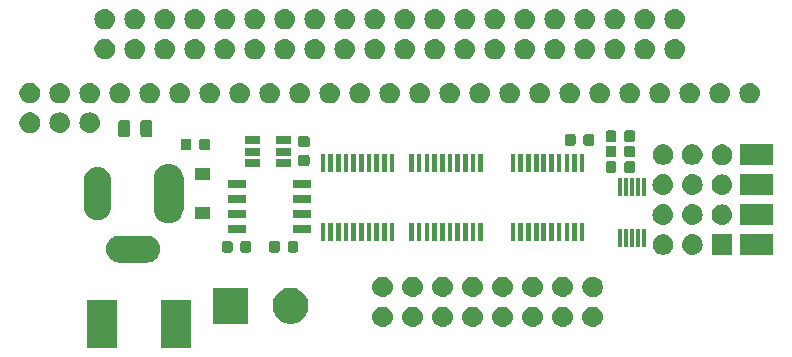
<source format=gbr>
G04 #@! TF.GenerationSoftware,KiCad,Pcbnew,(5.0.2)-1*
G04 #@! TF.CreationDate,2019-03-11T08:48:57-06:00*
G04 #@! TF.ProjectId,led_pi_board,6c65645f-7069-45f6-926f-6172642e6b69,rev?*
G04 #@! TF.SameCoordinates,Original*
G04 #@! TF.FileFunction,Soldermask,Top*
G04 #@! TF.FilePolarity,Negative*
%FSLAX46Y46*%
G04 Gerber Fmt 4.6, Leading zero omitted, Abs format (unit mm)*
G04 Created by KiCad (PCBNEW (5.0.2)-1) date 3/11/2019 8:48:57 AM*
%MOMM*%
%LPD*%
G01*
G04 APERTURE LIST*
%ADD10C,0.100000*%
G04 APERTURE END LIST*
D10*
G36*
X115690000Y-130070000D02*
X113150000Y-130070000D01*
X113150000Y-126030000D01*
X115690000Y-126030000D01*
X115690000Y-130070000D01*
X115690000Y-130070000D01*
G37*
G36*
X109390000Y-130070000D02*
X106850000Y-130070000D01*
X106850000Y-126030000D01*
X109390000Y-126030000D01*
X109390000Y-130070000D01*
X109390000Y-130070000D01*
G37*
G36*
X144740549Y-126582588D02*
X144904545Y-126632336D01*
X145055685Y-126713122D01*
X145188160Y-126821840D01*
X145296878Y-126954315D01*
X145377664Y-127105455D01*
X145427412Y-127269451D01*
X145444209Y-127440000D01*
X145427412Y-127610549D01*
X145377664Y-127774545D01*
X145296878Y-127925685D01*
X145188160Y-128058160D01*
X145055685Y-128166878D01*
X144904545Y-128247664D01*
X144740549Y-128297412D01*
X144612738Y-128310000D01*
X144527262Y-128310000D01*
X144399451Y-128297412D01*
X144235455Y-128247664D01*
X144084315Y-128166878D01*
X143951840Y-128058160D01*
X143843122Y-127925685D01*
X143762336Y-127774545D01*
X143712588Y-127610549D01*
X143695791Y-127440000D01*
X143712588Y-127269451D01*
X143762336Y-127105455D01*
X143843122Y-126954315D01*
X143951840Y-126821840D01*
X144084315Y-126713122D01*
X144235455Y-126632336D01*
X144399451Y-126582588D01*
X144527262Y-126570000D01*
X144612738Y-126570000D01*
X144740549Y-126582588D01*
X144740549Y-126582588D01*
G37*
G36*
X132040549Y-126582588D02*
X132204545Y-126632336D01*
X132355685Y-126713122D01*
X132488160Y-126821840D01*
X132596878Y-126954315D01*
X132677664Y-127105455D01*
X132727412Y-127269451D01*
X132744209Y-127440000D01*
X132727412Y-127610549D01*
X132677664Y-127774545D01*
X132596878Y-127925685D01*
X132488160Y-128058160D01*
X132355685Y-128166878D01*
X132204545Y-128247664D01*
X132040549Y-128297412D01*
X131912738Y-128310000D01*
X131827262Y-128310000D01*
X131699451Y-128297412D01*
X131535455Y-128247664D01*
X131384315Y-128166878D01*
X131251840Y-128058160D01*
X131143122Y-127925685D01*
X131062336Y-127774545D01*
X131012588Y-127610549D01*
X130995791Y-127440000D01*
X131012588Y-127269451D01*
X131062336Y-127105455D01*
X131143122Y-126954315D01*
X131251840Y-126821840D01*
X131384315Y-126713122D01*
X131535455Y-126632336D01*
X131699451Y-126582588D01*
X131827262Y-126570000D01*
X131912738Y-126570000D01*
X132040549Y-126582588D01*
X132040549Y-126582588D01*
G37*
G36*
X134580549Y-126582588D02*
X134744545Y-126632336D01*
X134895685Y-126713122D01*
X135028160Y-126821840D01*
X135136878Y-126954315D01*
X135217664Y-127105455D01*
X135267412Y-127269451D01*
X135284209Y-127440000D01*
X135267412Y-127610549D01*
X135217664Y-127774545D01*
X135136878Y-127925685D01*
X135028160Y-128058160D01*
X134895685Y-128166878D01*
X134744545Y-128247664D01*
X134580549Y-128297412D01*
X134452738Y-128310000D01*
X134367262Y-128310000D01*
X134239451Y-128297412D01*
X134075455Y-128247664D01*
X133924315Y-128166878D01*
X133791840Y-128058160D01*
X133683122Y-127925685D01*
X133602336Y-127774545D01*
X133552588Y-127610549D01*
X133535791Y-127440000D01*
X133552588Y-127269451D01*
X133602336Y-127105455D01*
X133683122Y-126954315D01*
X133791840Y-126821840D01*
X133924315Y-126713122D01*
X134075455Y-126632336D01*
X134239451Y-126582588D01*
X134367262Y-126570000D01*
X134452738Y-126570000D01*
X134580549Y-126582588D01*
X134580549Y-126582588D01*
G37*
G36*
X137120549Y-126582588D02*
X137284545Y-126632336D01*
X137435685Y-126713122D01*
X137568160Y-126821840D01*
X137676878Y-126954315D01*
X137757664Y-127105455D01*
X137807412Y-127269451D01*
X137824209Y-127440000D01*
X137807412Y-127610549D01*
X137757664Y-127774545D01*
X137676878Y-127925685D01*
X137568160Y-128058160D01*
X137435685Y-128166878D01*
X137284545Y-128247664D01*
X137120549Y-128297412D01*
X136992738Y-128310000D01*
X136907262Y-128310000D01*
X136779451Y-128297412D01*
X136615455Y-128247664D01*
X136464315Y-128166878D01*
X136331840Y-128058160D01*
X136223122Y-127925685D01*
X136142336Y-127774545D01*
X136092588Y-127610549D01*
X136075791Y-127440000D01*
X136092588Y-127269451D01*
X136142336Y-127105455D01*
X136223122Y-126954315D01*
X136331840Y-126821840D01*
X136464315Y-126713122D01*
X136615455Y-126632336D01*
X136779451Y-126582588D01*
X136907262Y-126570000D01*
X136992738Y-126570000D01*
X137120549Y-126582588D01*
X137120549Y-126582588D01*
G37*
G36*
X139660549Y-126582588D02*
X139824545Y-126632336D01*
X139975685Y-126713122D01*
X140108160Y-126821840D01*
X140216878Y-126954315D01*
X140297664Y-127105455D01*
X140347412Y-127269451D01*
X140364209Y-127440000D01*
X140347412Y-127610549D01*
X140297664Y-127774545D01*
X140216878Y-127925685D01*
X140108160Y-128058160D01*
X139975685Y-128166878D01*
X139824545Y-128247664D01*
X139660549Y-128297412D01*
X139532738Y-128310000D01*
X139447262Y-128310000D01*
X139319451Y-128297412D01*
X139155455Y-128247664D01*
X139004315Y-128166878D01*
X138871840Y-128058160D01*
X138763122Y-127925685D01*
X138682336Y-127774545D01*
X138632588Y-127610549D01*
X138615791Y-127440000D01*
X138632588Y-127269451D01*
X138682336Y-127105455D01*
X138763122Y-126954315D01*
X138871840Y-126821840D01*
X139004315Y-126713122D01*
X139155455Y-126632336D01*
X139319451Y-126582588D01*
X139447262Y-126570000D01*
X139532738Y-126570000D01*
X139660549Y-126582588D01*
X139660549Y-126582588D01*
G37*
G36*
X142200549Y-126582588D02*
X142364545Y-126632336D01*
X142515685Y-126713122D01*
X142648160Y-126821840D01*
X142756878Y-126954315D01*
X142837664Y-127105455D01*
X142887412Y-127269451D01*
X142904209Y-127440000D01*
X142887412Y-127610549D01*
X142837664Y-127774545D01*
X142756878Y-127925685D01*
X142648160Y-128058160D01*
X142515685Y-128166878D01*
X142364545Y-128247664D01*
X142200549Y-128297412D01*
X142072738Y-128310000D01*
X141987262Y-128310000D01*
X141859451Y-128297412D01*
X141695455Y-128247664D01*
X141544315Y-128166878D01*
X141411840Y-128058160D01*
X141303122Y-127925685D01*
X141222336Y-127774545D01*
X141172588Y-127610549D01*
X141155791Y-127440000D01*
X141172588Y-127269451D01*
X141222336Y-127105455D01*
X141303122Y-126954315D01*
X141411840Y-126821840D01*
X141544315Y-126713122D01*
X141695455Y-126632336D01*
X141859451Y-126582588D01*
X141987262Y-126570000D01*
X142072738Y-126570000D01*
X142200549Y-126582588D01*
X142200549Y-126582588D01*
G37*
G36*
X149820549Y-126582588D02*
X149984545Y-126632336D01*
X150135685Y-126713122D01*
X150268160Y-126821840D01*
X150376878Y-126954315D01*
X150457664Y-127105455D01*
X150507412Y-127269451D01*
X150524209Y-127440000D01*
X150507412Y-127610549D01*
X150457664Y-127774545D01*
X150376878Y-127925685D01*
X150268160Y-128058160D01*
X150135685Y-128166878D01*
X149984545Y-128247664D01*
X149820549Y-128297412D01*
X149692738Y-128310000D01*
X149607262Y-128310000D01*
X149479451Y-128297412D01*
X149315455Y-128247664D01*
X149164315Y-128166878D01*
X149031840Y-128058160D01*
X148923122Y-127925685D01*
X148842336Y-127774545D01*
X148792588Y-127610549D01*
X148775791Y-127440000D01*
X148792588Y-127269451D01*
X148842336Y-127105455D01*
X148923122Y-126954315D01*
X149031840Y-126821840D01*
X149164315Y-126713122D01*
X149315455Y-126632336D01*
X149479451Y-126582588D01*
X149607262Y-126570000D01*
X149692738Y-126570000D01*
X149820549Y-126582588D01*
X149820549Y-126582588D01*
G37*
G36*
X147280549Y-126582588D02*
X147444545Y-126632336D01*
X147595685Y-126713122D01*
X147728160Y-126821840D01*
X147836878Y-126954315D01*
X147917664Y-127105455D01*
X147967412Y-127269451D01*
X147984209Y-127440000D01*
X147967412Y-127610549D01*
X147917664Y-127774545D01*
X147836878Y-127925685D01*
X147728160Y-128058160D01*
X147595685Y-128166878D01*
X147444545Y-128247664D01*
X147280549Y-128297412D01*
X147152738Y-128310000D01*
X147067262Y-128310000D01*
X146939451Y-128297412D01*
X146775455Y-128247664D01*
X146624315Y-128166878D01*
X146491840Y-128058160D01*
X146383122Y-127925685D01*
X146302336Y-127774545D01*
X146252588Y-127610549D01*
X146235791Y-127440000D01*
X146252588Y-127269451D01*
X146302336Y-127105455D01*
X146383122Y-126954315D01*
X146491840Y-126821840D01*
X146624315Y-126713122D01*
X146775455Y-126632336D01*
X146939451Y-126582588D01*
X147067262Y-126570000D01*
X147152738Y-126570000D01*
X147280549Y-126582588D01*
X147280549Y-126582588D01*
G37*
G36*
X120520000Y-128020000D02*
X117480000Y-128020000D01*
X117480000Y-124980000D01*
X120520000Y-124980000D01*
X120520000Y-128020000D01*
X120520000Y-128020000D01*
G37*
G36*
X124523368Y-125038412D02*
X124799990Y-125152993D01*
X124922041Y-125234545D01*
X125048946Y-125319340D01*
X125260660Y-125531054D01*
X125260661Y-125531056D01*
X125427007Y-125780010D01*
X125541588Y-126056632D01*
X125600000Y-126350293D01*
X125600000Y-126649707D01*
X125541588Y-126943368D01*
X125427007Y-127219990D01*
X125393958Y-127269451D01*
X125260660Y-127468946D01*
X125048946Y-127680660D01*
X124965585Y-127736360D01*
X124799990Y-127847007D01*
X124523368Y-127961588D01*
X124229708Y-128020000D01*
X123930292Y-128020000D01*
X123636632Y-127961588D01*
X123360010Y-127847007D01*
X123194415Y-127736360D01*
X123111054Y-127680660D01*
X122899340Y-127468946D01*
X122766042Y-127269451D01*
X122732993Y-127219990D01*
X122618412Y-126943368D01*
X122560000Y-126649707D01*
X122560000Y-126350293D01*
X122618412Y-126056632D01*
X122732993Y-125780010D01*
X122899339Y-125531056D01*
X122899340Y-125531054D01*
X123111054Y-125319340D01*
X123237959Y-125234545D01*
X123360010Y-125152993D01*
X123636632Y-125038412D01*
X123930292Y-124980000D01*
X124229708Y-124980000D01*
X124523368Y-125038412D01*
X124523368Y-125038412D01*
G37*
G36*
X139660549Y-124042588D02*
X139824545Y-124092336D01*
X139975685Y-124173122D01*
X140108160Y-124281840D01*
X140216878Y-124414315D01*
X140297664Y-124565455D01*
X140347412Y-124729451D01*
X140364209Y-124900000D01*
X140347412Y-125070549D01*
X140297664Y-125234545D01*
X140216878Y-125385685D01*
X140108160Y-125518160D01*
X139975685Y-125626878D01*
X139824545Y-125707664D01*
X139660549Y-125757412D01*
X139532738Y-125770000D01*
X139447262Y-125770000D01*
X139319451Y-125757412D01*
X139155455Y-125707664D01*
X139004315Y-125626878D01*
X138871840Y-125518160D01*
X138763122Y-125385685D01*
X138682336Y-125234545D01*
X138632588Y-125070549D01*
X138615791Y-124900000D01*
X138632588Y-124729451D01*
X138682336Y-124565455D01*
X138763122Y-124414315D01*
X138871840Y-124281840D01*
X139004315Y-124173122D01*
X139155455Y-124092336D01*
X139319451Y-124042588D01*
X139447262Y-124030000D01*
X139532738Y-124030000D01*
X139660549Y-124042588D01*
X139660549Y-124042588D01*
G37*
G36*
X149903770Y-124063433D02*
X150062100Y-124129016D01*
X150204593Y-124224227D01*
X150325773Y-124345407D01*
X150420984Y-124487900D01*
X150486567Y-124646230D01*
X150520000Y-124814312D01*
X150520000Y-124985688D01*
X150486567Y-125153770D01*
X150420984Y-125312100D01*
X150325773Y-125454593D01*
X150204593Y-125575773D01*
X150062100Y-125670984D01*
X149903770Y-125736567D01*
X149735688Y-125770000D01*
X149564312Y-125770000D01*
X149396230Y-125736567D01*
X149237900Y-125670984D01*
X149095407Y-125575773D01*
X148974227Y-125454593D01*
X148879016Y-125312100D01*
X148813433Y-125153770D01*
X148780000Y-124985688D01*
X148780000Y-124814312D01*
X148813433Y-124646230D01*
X148879016Y-124487900D01*
X148974227Y-124345407D01*
X149095407Y-124224227D01*
X149237900Y-124129016D01*
X149396230Y-124063433D01*
X149564312Y-124030000D01*
X149735688Y-124030000D01*
X149903770Y-124063433D01*
X149903770Y-124063433D01*
G37*
G36*
X147280549Y-124042588D02*
X147444545Y-124092336D01*
X147595685Y-124173122D01*
X147728160Y-124281840D01*
X147836878Y-124414315D01*
X147917664Y-124565455D01*
X147967412Y-124729451D01*
X147984209Y-124900000D01*
X147967412Y-125070549D01*
X147917664Y-125234545D01*
X147836878Y-125385685D01*
X147728160Y-125518160D01*
X147595685Y-125626878D01*
X147444545Y-125707664D01*
X147280549Y-125757412D01*
X147152738Y-125770000D01*
X147067262Y-125770000D01*
X146939451Y-125757412D01*
X146775455Y-125707664D01*
X146624315Y-125626878D01*
X146491840Y-125518160D01*
X146383122Y-125385685D01*
X146302336Y-125234545D01*
X146252588Y-125070549D01*
X146235791Y-124900000D01*
X146252588Y-124729451D01*
X146302336Y-124565455D01*
X146383122Y-124414315D01*
X146491840Y-124281840D01*
X146624315Y-124173122D01*
X146775455Y-124092336D01*
X146939451Y-124042588D01*
X147067262Y-124030000D01*
X147152738Y-124030000D01*
X147280549Y-124042588D01*
X147280549Y-124042588D01*
G37*
G36*
X132040549Y-124042588D02*
X132204545Y-124092336D01*
X132355685Y-124173122D01*
X132488160Y-124281840D01*
X132596878Y-124414315D01*
X132677664Y-124565455D01*
X132727412Y-124729451D01*
X132744209Y-124900000D01*
X132727412Y-125070549D01*
X132677664Y-125234545D01*
X132596878Y-125385685D01*
X132488160Y-125518160D01*
X132355685Y-125626878D01*
X132204545Y-125707664D01*
X132040549Y-125757412D01*
X131912738Y-125770000D01*
X131827262Y-125770000D01*
X131699451Y-125757412D01*
X131535455Y-125707664D01*
X131384315Y-125626878D01*
X131251840Y-125518160D01*
X131143122Y-125385685D01*
X131062336Y-125234545D01*
X131012588Y-125070549D01*
X130995791Y-124900000D01*
X131012588Y-124729451D01*
X131062336Y-124565455D01*
X131143122Y-124414315D01*
X131251840Y-124281840D01*
X131384315Y-124173122D01*
X131535455Y-124092336D01*
X131699451Y-124042588D01*
X131827262Y-124030000D01*
X131912738Y-124030000D01*
X132040549Y-124042588D01*
X132040549Y-124042588D01*
G37*
G36*
X134580549Y-124042588D02*
X134744545Y-124092336D01*
X134895685Y-124173122D01*
X135028160Y-124281840D01*
X135136878Y-124414315D01*
X135217664Y-124565455D01*
X135267412Y-124729451D01*
X135284209Y-124900000D01*
X135267412Y-125070549D01*
X135217664Y-125234545D01*
X135136878Y-125385685D01*
X135028160Y-125518160D01*
X134895685Y-125626878D01*
X134744545Y-125707664D01*
X134580549Y-125757412D01*
X134452738Y-125770000D01*
X134367262Y-125770000D01*
X134239451Y-125757412D01*
X134075455Y-125707664D01*
X133924315Y-125626878D01*
X133791840Y-125518160D01*
X133683122Y-125385685D01*
X133602336Y-125234545D01*
X133552588Y-125070549D01*
X133535791Y-124900000D01*
X133552588Y-124729451D01*
X133602336Y-124565455D01*
X133683122Y-124414315D01*
X133791840Y-124281840D01*
X133924315Y-124173122D01*
X134075455Y-124092336D01*
X134239451Y-124042588D01*
X134367262Y-124030000D01*
X134452738Y-124030000D01*
X134580549Y-124042588D01*
X134580549Y-124042588D01*
G37*
G36*
X137120549Y-124042588D02*
X137284545Y-124092336D01*
X137435685Y-124173122D01*
X137568160Y-124281840D01*
X137676878Y-124414315D01*
X137757664Y-124565455D01*
X137807412Y-124729451D01*
X137824209Y-124900000D01*
X137807412Y-125070549D01*
X137757664Y-125234545D01*
X137676878Y-125385685D01*
X137568160Y-125518160D01*
X137435685Y-125626878D01*
X137284545Y-125707664D01*
X137120549Y-125757412D01*
X136992738Y-125770000D01*
X136907262Y-125770000D01*
X136779451Y-125757412D01*
X136615455Y-125707664D01*
X136464315Y-125626878D01*
X136331840Y-125518160D01*
X136223122Y-125385685D01*
X136142336Y-125234545D01*
X136092588Y-125070549D01*
X136075791Y-124900000D01*
X136092588Y-124729451D01*
X136142336Y-124565455D01*
X136223122Y-124414315D01*
X136331840Y-124281840D01*
X136464315Y-124173122D01*
X136615455Y-124092336D01*
X136779451Y-124042588D01*
X136907262Y-124030000D01*
X136992738Y-124030000D01*
X137120549Y-124042588D01*
X137120549Y-124042588D01*
G37*
G36*
X142200549Y-124042588D02*
X142364545Y-124092336D01*
X142515685Y-124173122D01*
X142648160Y-124281840D01*
X142756878Y-124414315D01*
X142837664Y-124565455D01*
X142887412Y-124729451D01*
X142904209Y-124900000D01*
X142887412Y-125070549D01*
X142837664Y-125234545D01*
X142756878Y-125385685D01*
X142648160Y-125518160D01*
X142515685Y-125626878D01*
X142364545Y-125707664D01*
X142200549Y-125757412D01*
X142072738Y-125770000D01*
X141987262Y-125770000D01*
X141859451Y-125757412D01*
X141695455Y-125707664D01*
X141544315Y-125626878D01*
X141411840Y-125518160D01*
X141303122Y-125385685D01*
X141222336Y-125234545D01*
X141172588Y-125070549D01*
X141155791Y-124900000D01*
X141172588Y-124729451D01*
X141222336Y-124565455D01*
X141303122Y-124414315D01*
X141411840Y-124281840D01*
X141544315Y-124173122D01*
X141695455Y-124092336D01*
X141859451Y-124042588D01*
X141987262Y-124030000D01*
X142072738Y-124030000D01*
X142200549Y-124042588D01*
X142200549Y-124042588D01*
G37*
G36*
X144740549Y-124042588D02*
X144904545Y-124092336D01*
X145055685Y-124173122D01*
X145188160Y-124281840D01*
X145296878Y-124414315D01*
X145377664Y-124565455D01*
X145427412Y-124729451D01*
X145444209Y-124900000D01*
X145427412Y-125070549D01*
X145377664Y-125234545D01*
X145296878Y-125385685D01*
X145188160Y-125518160D01*
X145055685Y-125626878D01*
X144904545Y-125707664D01*
X144740549Y-125757412D01*
X144612738Y-125770000D01*
X144527262Y-125770000D01*
X144399451Y-125757412D01*
X144235455Y-125707664D01*
X144084315Y-125626878D01*
X143951840Y-125518160D01*
X143843122Y-125385685D01*
X143762336Y-125234545D01*
X143712588Y-125070549D01*
X143695791Y-124900000D01*
X143712588Y-124729451D01*
X143762336Y-124565455D01*
X143843122Y-124414315D01*
X143951840Y-124281840D01*
X144084315Y-124173122D01*
X144235455Y-124092336D01*
X144399451Y-124042588D01*
X144527262Y-124030000D01*
X144612738Y-124030000D01*
X144740549Y-124042588D01*
X144740549Y-124042588D01*
G37*
G36*
X112099459Y-120571567D02*
X112315292Y-120637039D01*
X112514207Y-120743361D01*
X112688555Y-120886445D01*
X112831639Y-121060793D01*
X112937961Y-121259708D01*
X113003433Y-121475541D01*
X113025540Y-121700000D01*
X113003433Y-121924459D01*
X112937961Y-122140292D01*
X112831639Y-122339207D01*
X112688555Y-122513555D01*
X112514207Y-122656639D01*
X112315292Y-122762961D01*
X112099459Y-122828433D01*
X111931251Y-122845000D01*
X109568749Y-122845000D01*
X109400541Y-122828433D01*
X109184708Y-122762961D01*
X108985793Y-122656639D01*
X108811445Y-122513555D01*
X108668361Y-122339207D01*
X108562039Y-122140292D01*
X108496567Y-121924459D01*
X108474460Y-121700000D01*
X108496567Y-121475541D01*
X108562039Y-121259708D01*
X108668361Y-121060793D01*
X108811445Y-120886445D01*
X108985793Y-120743361D01*
X109184708Y-120637039D01*
X109400541Y-120571567D01*
X109568749Y-120555000D01*
X111931251Y-120555000D01*
X112099459Y-120571567D01*
X112099459Y-120571567D01*
G37*
G36*
X164945000Y-122190000D02*
X164020000Y-122190000D01*
X164010245Y-122190961D01*
X164000866Y-122193806D01*
X163992221Y-122198427D01*
X163984645Y-122204645D01*
X163983533Y-122206000D01*
X162216467Y-122206000D01*
X162215355Y-122204645D01*
X162207779Y-122198427D01*
X162199134Y-122193806D01*
X162189755Y-122190961D01*
X162180000Y-122190000D01*
X162155000Y-122190000D01*
X162155000Y-120450000D01*
X164945000Y-120450000D01*
X164945000Y-122190000D01*
X164945000Y-122190000D01*
G37*
G36*
X161470000Y-122206000D02*
X159730000Y-122206000D01*
X159730000Y-120466000D01*
X161470000Y-120466000D01*
X161470000Y-122206000D01*
X161470000Y-122206000D01*
G37*
G36*
X155853770Y-120483433D02*
X156012100Y-120549016D01*
X156154593Y-120644227D01*
X156275773Y-120765407D01*
X156370984Y-120907900D01*
X156436567Y-121066230D01*
X156470000Y-121234312D01*
X156470000Y-121405688D01*
X156436567Y-121573770D01*
X156370984Y-121732100D01*
X156275773Y-121874593D01*
X156154593Y-121995773D01*
X156012100Y-122090984D01*
X155853770Y-122156567D01*
X155685688Y-122190000D01*
X155514312Y-122190000D01*
X155346230Y-122156567D01*
X155187900Y-122090984D01*
X155045407Y-121995773D01*
X154924227Y-121874593D01*
X154829016Y-121732100D01*
X154763433Y-121573770D01*
X154730000Y-121405688D01*
X154730000Y-121234312D01*
X154763433Y-121066230D01*
X154829016Y-120907900D01*
X154924227Y-120765407D01*
X155045407Y-120644227D01*
X155187900Y-120549016D01*
X155346230Y-120483433D01*
X155514312Y-120450000D01*
X155685688Y-120450000D01*
X155853770Y-120483433D01*
X155853770Y-120483433D01*
G37*
G36*
X158270549Y-120462588D02*
X158434545Y-120512336D01*
X158585685Y-120593122D01*
X158718160Y-120701840D01*
X158826878Y-120834315D01*
X158907664Y-120985455D01*
X158957412Y-121149451D01*
X158974209Y-121320000D01*
X158957412Y-121490549D01*
X158907664Y-121654545D01*
X158826878Y-121805685D01*
X158718160Y-121938160D01*
X158585685Y-122046878D01*
X158434545Y-122127664D01*
X158270549Y-122177412D01*
X158142738Y-122190000D01*
X158057262Y-122190000D01*
X157929451Y-122177412D01*
X157765455Y-122127664D01*
X157614315Y-122046878D01*
X157481840Y-121938160D01*
X157373122Y-121805685D01*
X157292336Y-121654545D01*
X157242588Y-121490549D01*
X157225791Y-121320000D01*
X157242588Y-121149451D01*
X157292336Y-120985455D01*
X157373122Y-120834315D01*
X157481840Y-120701840D01*
X157614315Y-120593122D01*
X157765455Y-120512336D01*
X157929451Y-120462588D01*
X158057262Y-120450000D01*
X158142738Y-120450000D01*
X158270549Y-120462588D01*
X158270549Y-120462588D01*
G37*
G36*
X123005951Y-121009152D02*
X123044129Y-121020733D01*
X123079314Y-121039540D01*
X123110152Y-121064848D01*
X123135460Y-121095686D01*
X123154267Y-121130871D01*
X123165848Y-121169049D01*
X123170000Y-121211204D01*
X123170000Y-121788796D01*
X123165848Y-121830951D01*
X123154267Y-121869129D01*
X123135460Y-121904314D01*
X123110152Y-121935152D01*
X123079314Y-121960460D01*
X123044129Y-121979267D01*
X123005951Y-121990848D01*
X122963796Y-121995000D01*
X122461204Y-121995000D01*
X122419049Y-121990848D01*
X122380871Y-121979267D01*
X122345686Y-121960460D01*
X122314848Y-121935152D01*
X122289540Y-121904314D01*
X122270733Y-121869129D01*
X122259152Y-121830951D01*
X122255000Y-121788796D01*
X122255000Y-121211204D01*
X122259152Y-121169049D01*
X122270733Y-121130871D01*
X122289540Y-121095686D01*
X122314848Y-121064848D01*
X122345686Y-121039540D01*
X122380871Y-121020733D01*
X122419049Y-121009152D01*
X122461204Y-121005000D01*
X122963796Y-121005000D01*
X123005951Y-121009152D01*
X123005951Y-121009152D01*
G37*
G36*
X119005951Y-121009152D02*
X119044129Y-121020733D01*
X119079314Y-121039540D01*
X119110152Y-121064848D01*
X119135460Y-121095686D01*
X119154267Y-121130871D01*
X119165848Y-121169049D01*
X119170000Y-121211204D01*
X119170000Y-121788796D01*
X119165848Y-121830951D01*
X119154267Y-121869129D01*
X119135460Y-121904314D01*
X119110152Y-121935152D01*
X119079314Y-121960460D01*
X119044129Y-121979267D01*
X119005951Y-121990848D01*
X118963796Y-121995000D01*
X118461204Y-121995000D01*
X118419049Y-121990848D01*
X118380871Y-121979267D01*
X118345686Y-121960460D01*
X118314848Y-121935152D01*
X118289540Y-121904314D01*
X118270733Y-121869129D01*
X118259152Y-121830951D01*
X118255000Y-121788796D01*
X118255000Y-121211204D01*
X118259152Y-121169049D01*
X118270733Y-121130871D01*
X118289540Y-121095686D01*
X118314848Y-121064848D01*
X118345686Y-121039540D01*
X118380871Y-121020733D01*
X118419049Y-121009152D01*
X118461204Y-121005000D01*
X118963796Y-121005000D01*
X119005951Y-121009152D01*
X119005951Y-121009152D01*
G37*
G36*
X124580951Y-121009152D02*
X124619129Y-121020733D01*
X124654314Y-121039540D01*
X124685152Y-121064848D01*
X124710460Y-121095686D01*
X124729267Y-121130871D01*
X124740848Y-121169049D01*
X124745000Y-121211204D01*
X124745000Y-121788796D01*
X124740848Y-121830951D01*
X124729267Y-121869129D01*
X124710460Y-121904314D01*
X124685152Y-121935152D01*
X124654314Y-121960460D01*
X124619129Y-121979267D01*
X124580951Y-121990848D01*
X124538796Y-121995000D01*
X124036204Y-121995000D01*
X123994049Y-121990848D01*
X123955871Y-121979267D01*
X123920686Y-121960460D01*
X123889848Y-121935152D01*
X123864540Y-121904314D01*
X123845733Y-121869129D01*
X123834152Y-121830951D01*
X123830000Y-121788796D01*
X123830000Y-121211204D01*
X123834152Y-121169049D01*
X123845733Y-121130871D01*
X123864540Y-121095686D01*
X123889848Y-121064848D01*
X123920686Y-121039540D01*
X123955871Y-121020733D01*
X123994049Y-121009152D01*
X124036204Y-121005000D01*
X124538796Y-121005000D01*
X124580951Y-121009152D01*
X124580951Y-121009152D01*
G37*
G36*
X120580951Y-121009152D02*
X120619129Y-121020733D01*
X120654314Y-121039540D01*
X120685152Y-121064848D01*
X120710460Y-121095686D01*
X120729267Y-121130871D01*
X120740848Y-121169049D01*
X120745000Y-121211204D01*
X120745000Y-121788796D01*
X120740848Y-121830951D01*
X120729267Y-121869129D01*
X120710460Y-121904314D01*
X120685152Y-121935152D01*
X120654314Y-121960460D01*
X120619129Y-121979267D01*
X120580951Y-121990848D01*
X120538796Y-121995000D01*
X120036204Y-121995000D01*
X119994049Y-121990848D01*
X119955871Y-121979267D01*
X119920686Y-121960460D01*
X119889848Y-121935152D01*
X119864540Y-121904314D01*
X119845733Y-121869129D01*
X119834152Y-121830951D01*
X119830000Y-121788796D01*
X119830000Y-121211204D01*
X119834152Y-121169049D01*
X119845733Y-121130871D01*
X119864540Y-121095686D01*
X119889848Y-121064848D01*
X119920686Y-121039540D01*
X119955871Y-121020733D01*
X119994049Y-121009152D01*
X120036204Y-121005000D01*
X120538796Y-121005000D01*
X120580951Y-121009152D01*
X120580951Y-121009152D01*
G37*
G36*
X152660000Y-121505000D02*
X152340000Y-121505000D01*
X152340000Y-119995000D01*
X152660000Y-119995000D01*
X152660000Y-121505000D01*
X152660000Y-121505000D01*
G37*
G36*
X153160000Y-121505000D02*
X152840000Y-121505000D01*
X152840000Y-119995000D01*
X153160000Y-119995000D01*
X153160000Y-121505000D01*
X153160000Y-121505000D01*
G37*
G36*
X153660000Y-121505000D02*
X153340000Y-121505000D01*
X153340000Y-119995000D01*
X153660000Y-119995000D01*
X153660000Y-121505000D01*
X153660000Y-121505000D01*
G37*
G36*
X154160000Y-121505000D02*
X153840000Y-121505000D01*
X153840000Y-119995000D01*
X154160000Y-119995000D01*
X154160000Y-121505000D01*
X154160000Y-121505000D01*
G37*
G36*
X152160000Y-121505000D02*
X151840000Y-121505000D01*
X151840000Y-119995000D01*
X152160000Y-119995000D01*
X152160000Y-121505000D01*
X152160000Y-121505000D01*
G37*
G36*
X136482600Y-121027600D02*
X136087000Y-121027600D01*
X136087000Y-119514400D01*
X136482600Y-119514400D01*
X136482600Y-121027600D01*
X136482600Y-121027600D01*
G37*
G36*
X132868800Y-121027600D02*
X132473200Y-121027600D01*
X132473200Y-119514400D01*
X132868800Y-119514400D01*
X132868800Y-121027600D01*
X132868800Y-121027600D01*
G37*
G36*
X132233800Y-121027600D02*
X131838200Y-121027600D01*
X131838200Y-119514400D01*
X132233800Y-119514400D01*
X132233800Y-121027600D01*
X132233800Y-121027600D01*
G37*
G36*
X131573400Y-121027600D02*
X131177800Y-121027600D01*
X131177800Y-119514400D01*
X131573400Y-119514400D01*
X131573400Y-121027600D01*
X131573400Y-121027600D01*
G37*
G36*
X130913000Y-121027600D02*
X130517400Y-121027600D01*
X130517400Y-119514400D01*
X130913000Y-119514400D01*
X130913000Y-121027600D01*
X130913000Y-121027600D01*
G37*
G36*
X130278000Y-121027600D02*
X129882400Y-121027600D01*
X129882400Y-119514400D01*
X130278000Y-119514400D01*
X130278000Y-121027600D01*
X130278000Y-121027600D01*
G37*
G36*
X129617600Y-121027600D02*
X129222000Y-121027600D01*
X129222000Y-119514400D01*
X129617600Y-119514400D01*
X129617600Y-121027600D01*
X129617600Y-121027600D01*
G37*
G36*
X128982600Y-121027600D02*
X128587000Y-121027600D01*
X128587000Y-119514400D01*
X128982600Y-119514400D01*
X128982600Y-121027600D01*
X128982600Y-121027600D01*
G37*
G36*
X128322200Y-121027600D02*
X127926600Y-121027600D01*
X127926600Y-119514400D01*
X128322200Y-119514400D01*
X128322200Y-121027600D01*
X128322200Y-121027600D01*
G37*
G36*
X127661800Y-121027600D02*
X127266200Y-121027600D01*
X127266200Y-119514400D01*
X127661800Y-119514400D01*
X127661800Y-121027600D01*
X127661800Y-121027600D01*
G37*
G36*
X127026800Y-121027600D02*
X126631200Y-121027600D01*
X126631200Y-119514400D01*
X127026800Y-119514400D01*
X127026800Y-121027600D01*
X127026800Y-121027600D01*
G37*
G36*
X137117600Y-121027600D02*
X136722000Y-121027600D01*
X136722000Y-119514400D01*
X137117600Y-119514400D01*
X137117600Y-121027600D01*
X137117600Y-121027600D01*
G37*
G36*
X135822200Y-121027600D02*
X135426600Y-121027600D01*
X135426600Y-119514400D01*
X135822200Y-119514400D01*
X135822200Y-121027600D01*
X135822200Y-121027600D01*
G37*
G36*
X135161800Y-121027600D02*
X134766200Y-121027600D01*
X134766200Y-119514400D01*
X135161800Y-119514400D01*
X135161800Y-121027600D01*
X135161800Y-121027600D01*
G37*
G36*
X134526800Y-121027600D02*
X134131200Y-121027600D01*
X134131200Y-119514400D01*
X134526800Y-119514400D01*
X134526800Y-121027600D01*
X134526800Y-121027600D01*
G37*
G36*
X139073400Y-121027600D02*
X138677800Y-121027600D01*
X138677800Y-119514400D01*
X139073400Y-119514400D01*
X139073400Y-121027600D01*
X139073400Y-121027600D01*
G37*
G36*
X139733800Y-121027600D02*
X139338200Y-121027600D01*
X139338200Y-119514400D01*
X139733800Y-119514400D01*
X139733800Y-121027600D01*
X139733800Y-121027600D01*
G37*
G36*
X140368800Y-121027600D02*
X139973200Y-121027600D01*
X139973200Y-119514400D01*
X140368800Y-119514400D01*
X140368800Y-121027600D01*
X140368800Y-121027600D01*
G37*
G36*
X144422200Y-121027600D02*
X144026600Y-121027600D01*
X144026600Y-119514400D01*
X144422200Y-119514400D01*
X144422200Y-121027600D01*
X144422200Y-121027600D01*
G37*
G36*
X145082600Y-121027600D02*
X144687000Y-121027600D01*
X144687000Y-119514400D01*
X145082600Y-119514400D01*
X145082600Y-121027600D01*
X145082600Y-121027600D01*
G37*
G36*
X145717600Y-121027600D02*
X145322000Y-121027600D01*
X145322000Y-119514400D01*
X145717600Y-119514400D01*
X145717600Y-121027600D01*
X145717600Y-121027600D01*
G37*
G36*
X146378000Y-121027600D02*
X145982400Y-121027600D01*
X145982400Y-119514400D01*
X146378000Y-119514400D01*
X146378000Y-121027600D01*
X146378000Y-121027600D01*
G37*
G36*
X147013000Y-121027600D02*
X146617400Y-121027600D01*
X146617400Y-119514400D01*
X147013000Y-119514400D01*
X147013000Y-121027600D01*
X147013000Y-121027600D01*
G37*
G36*
X147673400Y-121027600D02*
X147277800Y-121027600D01*
X147277800Y-119514400D01*
X147673400Y-119514400D01*
X147673400Y-121027600D01*
X147673400Y-121027600D01*
G37*
G36*
X148333800Y-121027600D02*
X147938200Y-121027600D01*
X147938200Y-119514400D01*
X148333800Y-119514400D01*
X148333800Y-121027600D01*
X148333800Y-121027600D01*
G37*
G36*
X137778000Y-121027600D02*
X137382400Y-121027600D01*
X137382400Y-119514400D01*
X137778000Y-119514400D01*
X137778000Y-121027600D01*
X137778000Y-121027600D01*
G37*
G36*
X143126800Y-121027600D02*
X142731200Y-121027600D01*
X142731200Y-119514400D01*
X143126800Y-119514400D01*
X143126800Y-121027600D01*
X143126800Y-121027600D01*
G37*
G36*
X148968800Y-121027600D02*
X148573200Y-121027600D01*
X148573200Y-119514400D01*
X148968800Y-119514400D01*
X148968800Y-121027600D01*
X148968800Y-121027600D01*
G37*
G36*
X143761800Y-121027600D02*
X143366200Y-121027600D01*
X143366200Y-119514400D01*
X143761800Y-119514400D01*
X143761800Y-121027600D01*
X143761800Y-121027600D01*
G37*
G36*
X138413000Y-121027600D02*
X138017400Y-121027600D01*
X138017400Y-119514400D01*
X138413000Y-119514400D01*
X138413000Y-121027600D01*
X138413000Y-121027600D01*
G37*
G36*
X120338800Y-120344800D02*
X118774800Y-120344800D01*
X118774800Y-119695200D01*
X120338800Y-119695200D01*
X120338800Y-120344800D01*
X120338800Y-120344800D01*
G37*
G36*
X125825200Y-120344800D02*
X124261200Y-120344800D01*
X124261200Y-119695200D01*
X125825200Y-119695200D01*
X125825200Y-120344800D01*
X125825200Y-120344800D01*
G37*
G36*
X164940000Y-119650000D02*
X163289212Y-119650000D01*
X163279457Y-119650961D01*
X163274698Y-119652153D01*
X163270549Y-119653412D01*
X163142738Y-119666000D01*
X163057262Y-119666000D01*
X162929451Y-119653412D01*
X162925302Y-119652153D01*
X162915689Y-119650241D01*
X162910788Y-119650000D01*
X162160000Y-119650000D01*
X162160000Y-117910000D01*
X164940000Y-117910000D01*
X164940000Y-119650000D01*
X164940000Y-119650000D01*
G37*
G36*
X160770549Y-117938588D02*
X160934545Y-117988336D01*
X161085685Y-118069122D01*
X161218160Y-118177840D01*
X161326878Y-118310315D01*
X161407664Y-118461455D01*
X161457412Y-118625451D01*
X161474209Y-118796000D01*
X161457412Y-118966549D01*
X161407664Y-119130545D01*
X161326878Y-119281685D01*
X161218160Y-119414160D01*
X161085685Y-119522878D01*
X160934545Y-119603664D01*
X160770549Y-119653412D01*
X160642738Y-119666000D01*
X160557262Y-119666000D01*
X160429451Y-119653412D01*
X160265455Y-119603664D01*
X160114315Y-119522878D01*
X159981840Y-119414160D01*
X159873122Y-119281685D01*
X159792336Y-119130545D01*
X159742588Y-118966549D01*
X159725791Y-118796000D01*
X159742588Y-118625451D01*
X159792336Y-118461455D01*
X159873122Y-118310315D01*
X159981840Y-118177840D01*
X160114315Y-118069122D01*
X160265455Y-117988336D01*
X160429451Y-117938588D01*
X160557262Y-117926000D01*
X160642738Y-117926000D01*
X160770549Y-117938588D01*
X160770549Y-117938588D01*
G37*
G36*
X158270549Y-117922588D02*
X158434545Y-117972336D01*
X158585685Y-118053122D01*
X158718160Y-118161840D01*
X158826878Y-118294315D01*
X158907664Y-118445455D01*
X158957412Y-118609451D01*
X158974209Y-118780000D01*
X158957412Y-118950549D01*
X158907664Y-119114545D01*
X158826878Y-119265685D01*
X158718160Y-119398160D01*
X158585685Y-119506878D01*
X158434545Y-119587664D01*
X158270549Y-119637412D01*
X158142738Y-119650000D01*
X158057262Y-119650000D01*
X157929451Y-119637412D01*
X157765455Y-119587664D01*
X157614315Y-119506878D01*
X157481840Y-119398160D01*
X157373122Y-119265685D01*
X157292336Y-119114545D01*
X157242588Y-118950549D01*
X157225791Y-118780000D01*
X157242588Y-118609451D01*
X157292336Y-118445455D01*
X157373122Y-118294315D01*
X157481840Y-118161840D01*
X157614315Y-118053122D01*
X157765455Y-117972336D01*
X157929451Y-117922588D01*
X158057262Y-117910000D01*
X158142738Y-117910000D01*
X158270549Y-117922588D01*
X158270549Y-117922588D01*
G37*
G36*
X155770549Y-117922588D02*
X155934545Y-117972336D01*
X156085685Y-118053122D01*
X156218160Y-118161840D01*
X156326878Y-118294315D01*
X156407664Y-118445455D01*
X156457412Y-118609451D01*
X156474209Y-118780000D01*
X156457412Y-118950549D01*
X156407664Y-119114545D01*
X156326878Y-119265685D01*
X156218160Y-119398160D01*
X156085685Y-119506878D01*
X155934545Y-119587664D01*
X155770549Y-119637412D01*
X155642738Y-119650000D01*
X155557262Y-119650000D01*
X155429451Y-119637412D01*
X155265455Y-119587664D01*
X155114315Y-119506878D01*
X154981840Y-119398160D01*
X154873122Y-119265685D01*
X154792336Y-119114545D01*
X154742588Y-118950549D01*
X154725791Y-118780000D01*
X154742588Y-118609451D01*
X154792336Y-118445455D01*
X154873122Y-118294315D01*
X154981840Y-118161840D01*
X155114315Y-118053122D01*
X155265455Y-117972336D01*
X155429451Y-117922588D01*
X155557262Y-117910000D01*
X155642738Y-117910000D01*
X155770549Y-117922588D01*
X155770549Y-117922588D01*
G37*
G36*
X113998963Y-114498376D02*
X114238359Y-114570996D01*
X114458986Y-114688923D01*
X114652370Y-114847630D01*
X114811077Y-115041014D01*
X114929004Y-115261641D01*
X115001624Y-115501037D01*
X115020000Y-115687616D01*
X115020000Y-118312384D01*
X115001624Y-118498963D01*
X114929004Y-118738359D01*
X114811077Y-118958986D01*
X114652370Y-119152370D01*
X114458985Y-119311077D01*
X114238358Y-119429004D01*
X113998962Y-119501624D01*
X113750000Y-119526144D01*
X113501037Y-119501624D01*
X113261641Y-119429004D01*
X113041014Y-119311077D01*
X112847630Y-119152370D01*
X112688923Y-118958985D01*
X112570996Y-118738358D01*
X112498376Y-118498962D01*
X112480000Y-118312383D01*
X112480001Y-115687616D01*
X112498377Y-115501037D01*
X112570997Y-115261641D01*
X112688924Y-115041014D01*
X112847631Y-114847630D01*
X113041015Y-114688923D01*
X113261642Y-114570996D01*
X113501038Y-114498376D01*
X113750000Y-114473856D01*
X113998963Y-114498376D01*
X113998963Y-114498376D01*
G37*
G36*
X107974459Y-114746567D02*
X108190292Y-114812039D01*
X108389207Y-114918361D01*
X108563555Y-115061445D01*
X108706639Y-115235793D01*
X108812961Y-115434708D01*
X108878433Y-115650541D01*
X108895000Y-115818749D01*
X108895000Y-118181251D01*
X108878433Y-118349459D01*
X108812961Y-118565292D01*
X108706639Y-118764207D01*
X108615095Y-118875753D01*
X108563555Y-118938555D01*
X108425616Y-119051757D01*
X108389203Y-119081641D01*
X108190291Y-119187961D01*
X107974458Y-119253433D01*
X107750000Y-119275540D01*
X107525541Y-119253433D01*
X107309708Y-119187961D01*
X107110793Y-119081639D01*
X106961342Y-118958987D01*
X106936445Y-118938555D01*
X106806323Y-118780000D01*
X106793359Y-118764203D01*
X106687039Y-118565291D01*
X106621567Y-118349458D01*
X106605000Y-118181250D01*
X106605001Y-115818749D01*
X106621568Y-115650541D01*
X106687040Y-115434708D01*
X106793362Y-115235793D01*
X106936446Y-115061445D01*
X107110794Y-114918361D01*
X107309709Y-114812039D01*
X107525542Y-114746567D01*
X107750000Y-114724460D01*
X107974459Y-114746567D01*
X107974459Y-114746567D01*
G37*
G36*
X117220000Y-119120000D02*
X115980000Y-119120000D01*
X115980000Y-118180000D01*
X117220000Y-118180000D01*
X117220000Y-119120000D01*
X117220000Y-119120000D01*
G37*
G36*
X125825200Y-119074800D02*
X124261200Y-119074800D01*
X124261200Y-118425200D01*
X125825200Y-118425200D01*
X125825200Y-119074800D01*
X125825200Y-119074800D01*
G37*
G36*
X120338800Y-119074800D02*
X118774800Y-119074800D01*
X118774800Y-118425200D01*
X120338800Y-118425200D01*
X120338800Y-119074800D01*
X120338800Y-119074800D01*
G37*
G36*
X125825200Y-117804800D02*
X124261200Y-117804800D01*
X124261200Y-117155200D01*
X125825200Y-117155200D01*
X125825200Y-117804800D01*
X125825200Y-117804800D01*
G37*
G36*
X120338800Y-117804800D02*
X118774800Y-117804800D01*
X118774800Y-117155200D01*
X120338800Y-117155200D01*
X120338800Y-117804800D01*
X120338800Y-117804800D01*
G37*
G36*
X152160000Y-117205000D02*
X151840000Y-117205000D01*
X151840000Y-115695000D01*
X152160000Y-115695000D01*
X152160000Y-117205000D01*
X152160000Y-117205000D01*
G37*
G36*
X152660000Y-117205000D02*
X152340000Y-117205000D01*
X152340000Y-115695000D01*
X152660000Y-115695000D01*
X152660000Y-117205000D01*
X152660000Y-117205000D01*
G37*
G36*
X153160000Y-117205000D02*
X152840000Y-117205000D01*
X152840000Y-115695000D01*
X153160000Y-115695000D01*
X153160000Y-117205000D01*
X153160000Y-117205000D01*
G37*
G36*
X153660000Y-117205000D02*
X153340000Y-117205000D01*
X153340000Y-115695000D01*
X153660000Y-115695000D01*
X153660000Y-117205000D01*
X153660000Y-117205000D01*
G37*
G36*
X154160000Y-117205000D02*
X153840000Y-117205000D01*
X153840000Y-115695000D01*
X154160000Y-115695000D01*
X154160000Y-117205000D01*
X154160000Y-117205000D01*
G37*
G36*
X160770549Y-115398588D02*
X160934545Y-115448336D01*
X161085685Y-115529122D01*
X161218160Y-115637840D01*
X161326878Y-115770315D01*
X161407664Y-115921455D01*
X161457412Y-116085451D01*
X161474209Y-116256000D01*
X161457412Y-116426549D01*
X161407664Y-116590545D01*
X161326878Y-116741685D01*
X161218160Y-116874160D01*
X161085685Y-116982878D01*
X160934545Y-117063664D01*
X160770549Y-117113412D01*
X160642738Y-117126000D01*
X160557262Y-117126000D01*
X160429451Y-117113412D01*
X160265455Y-117063664D01*
X160114315Y-116982878D01*
X159981840Y-116874160D01*
X159873122Y-116741685D01*
X159792336Y-116590545D01*
X159742588Y-116426549D01*
X159725791Y-116256000D01*
X159742588Y-116085451D01*
X159792336Y-115921455D01*
X159873122Y-115770315D01*
X159981840Y-115637840D01*
X160114315Y-115529122D01*
X160265455Y-115448336D01*
X160429451Y-115398588D01*
X160557262Y-115386000D01*
X160642738Y-115386000D01*
X160770549Y-115398588D01*
X160770549Y-115398588D01*
G37*
G36*
X164945000Y-117110000D02*
X163289212Y-117110000D01*
X163279457Y-117110961D01*
X163274698Y-117112153D01*
X163270549Y-117113412D01*
X163142738Y-117126000D01*
X163057262Y-117126000D01*
X162929451Y-117113412D01*
X162925302Y-117112153D01*
X162915689Y-117110241D01*
X162910788Y-117110000D01*
X162155000Y-117110000D01*
X162155000Y-115370000D01*
X164945000Y-115370000D01*
X164945000Y-117110000D01*
X164945000Y-117110000D01*
G37*
G36*
X158270549Y-115382588D02*
X158434545Y-115432336D01*
X158585685Y-115513122D01*
X158718160Y-115621840D01*
X158826878Y-115754315D01*
X158907664Y-115905455D01*
X158957412Y-116069451D01*
X158974209Y-116240000D01*
X158957412Y-116410549D01*
X158907664Y-116574545D01*
X158826878Y-116725685D01*
X158718160Y-116858160D01*
X158585685Y-116966878D01*
X158434545Y-117047664D01*
X158270549Y-117097412D01*
X158142738Y-117110000D01*
X158057262Y-117110000D01*
X157929451Y-117097412D01*
X157765455Y-117047664D01*
X157614315Y-116966878D01*
X157481840Y-116858160D01*
X157373122Y-116725685D01*
X157292336Y-116574545D01*
X157242588Y-116410549D01*
X157225791Y-116240000D01*
X157242588Y-116069451D01*
X157292336Y-115905455D01*
X157373122Y-115754315D01*
X157481840Y-115621840D01*
X157614315Y-115513122D01*
X157765455Y-115432336D01*
X157929451Y-115382588D01*
X158057262Y-115370000D01*
X158142738Y-115370000D01*
X158270549Y-115382588D01*
X158270549Y-115382588D01*
G37*
G36*
X155770549Y-115382588D02*
X155934545Y-115432336D01*
X156085685Y-115513122D01*
X156218160Y-115621840D01*
X156326878Y-115754315D01*
X156407664Y-115905455D01*
X156457412Y-116069451D01*
X156474209Y-116240000D01*
X156457412Y-116410549D01*
X156407664Y-116574545D01*
X156326878Y-116725685D01*
X156218160Y-116858160D01*
X156085685Y-116966878D01*
X155934545Y-117047664D01*
X155770549Y-117097412D01*
X155642738Y-117110000D01*
X155557262Y-117110000D01*
X155429451Y-117097412D01*
X155265455Y-117047664D01*
X155114315Y-116966878D01*
X154981840Y-116858160D01*
X154873122Y-116725685D01*
X154792336Y-116574545D01*
X154742588Y-116410549D01*
X154725791Y-116240000D01*
X154742588Y-116069451D01*
X154792336Y-115905455D01*
X154873122Y-115754315D01*
X154981840Y-115621840D01*
X155114315Y-115513122D01*
X155265455Y-115432336D01*
X155429451Y-115382588D01*
X155557262Y-115370000D01*
X155642738Y-115370000D01*
X155770549Y-115382588D01*
X155770549Y-115382588D01*
G37*
G36*
X120338800Y-116534800D02*
X118774800Y-116534800D01*
X118774800Y-115885200D01*
X120338800Y-115885200D01*
X120338800Y-116534800D01*
X120338800Y-116534800D01*
G37*
G36*
X125825200Y-116534800D02*
X124261200Y-116534800D01*
X124261200Y-115885200D01*
X125825200Y-115885200D01*
X125825200Y-116534800D01*
X125825200Y-116534800D01*
G37*
G36*
X117220000Y-115820000D02*
X115980000Y-115820000D01*
X115980000Y-114880000D01*
X117220000Y-114880000D01*
X117220000Y-115820000D01*
X117220000Y-115820000D01*
G37*
G36*
X151505951Y-114259152D02*
X151544129Y-114270733D01*
X151579314Y-114289540D01*
X151610152Y-114314848D01*
X151635460Y-114345686D01*
X151654267Y-114380871D01*
X151665848Y-114419049D01*
X151670000Y-114461204D01*
X151670000Y-115038796D01*
X151665848Y-115080951D01*
X151654267Y-115119129D01*
X151635460Y-115154314D01*
X151610152Y-115185152D01*
X151579314Y-115210460D01*
X151544129Y-115229267D01*
X151505951Y-115240848D01*
X151463796Y-115245000D01*
X150961204Y-115245000D01*
X150919049Y-115240848D01*
X150880871Y-115229267D01*
X150845686Y-115210460D01*
X150814848Y-115185152D01*
X150789540Y-115154314D01*
X150770733Y-115119129D01*
X150759152Y-115080951D01*
X150755000Y-115038796D01*
X150755000Y-114461204D01*
X150759152Y-114419049D01*
X150770733Y-114380871D01*
X150789540Y-114345686D01*
X150814848Y-114314848D01*
X150845686Y-114289540D01*
X150880871Y-114270733D01*
X150919049Y-114259152D01*
X150961204Y-114255000D01*
X151463796Y-114255000D01*
X151505951Y-114259152D01*
X151505951Y-114259152D01*
G37*
G36*
X153080951Y-114259152D02*
X153119129Y-114270733D01*
X153154314Y-114289540D01*
X153185152Y-114314848D01*
X153210460Y-114345686D01*
X153229267Y-114380871D01*
X153240848Y-114419049D01*
X153245000Y-114461204D01*
X153245000Y-115038796D01*
X153240848Y-115080951D01*
X153229267Y-115119129D01*
X153210460Y-115154314D01*
X153185152Y-115185152D01*
X153154314Y-115210460D01*
X153119129Y-115229267D01*
X153080951Y-115240848D01*
X153038796Y-115245000D01*
X152536204Y-115245000D01*
X152494049Y-115240848D01*
X152455871Y-115229267D01*
X152420686Y-115210460D01*
X152389848Y-115185152D01*
X152364540Y-115154314D01*
X152345733Y-115119129D01*
X152334152Y-115080951D01*
X152330000Y-115038796D01*
X152330000Y-114461204D01*
X152334152Y-114419049D01*
X152345733Y-114380871D01*
X152364540Y-114345686D01*
X152389848Y-114314848D01*
X152420686Y-114289540D01*
X152455871Y-114270733D01*
X152494049Y-114259152D01*
X152536204Y-114255000D01*
X153038796Y-114255000D01*
X153080951Y-114259152D01*
X153080951Y-114259152D01*
G37*
G36*
X144422200Y-115185600D02*
X144026600Y-115185600D01*
X144026600Y-113672400D01*
X144422200Y-113672400D01*
X144422200Y-115185600D01*
X144422200Y-115185600D01*
G37*
G36*
X137117600Y-115185600D02*
X136722000Y-115185600D01*
X136722000Y-113672400D01*
X137117600Y-113672400D01*
X137117600Y-115185600D01*
X137117600Y-115185600D01*
G37*
G36*
X127026800Y-115185600D02*
X126631200Y-115185600D01*
X126631200Y-113672400D01*
X127026800Y-113672400D01*
X127026800Y-115185600D01*
X127026800Y-115185600D01*
G37*
G36*
X127661800Y-115185600D02*
X127266200Y-115185600D01*
X127266200Y-113672400D01*
X127661800Y-113672400D01*
X127661800Y-115185600D01*
X127661800Y-115185600D01*
G37*
G36*
X128322200Y-115185600D02*
X127926600Y-115185600D01*
X127926600Y-113672400D01*
X128322200Y-113672400D01*
X128322200Y-115185600D01*
X128322200Y-115185600D01*
G37*
G36*
X128982600Y-115185600D02*
X128587000Y-115185600D01*
X128587000Y-113672400D01*
X128982600Y-113672400D01*
X128982600Y-115185600D01*
X128982600Y-115185600D01*
G37*
G36*
X130278000Y-115185600D02*
X129882400Y-115185600D01*
X129882400Y-113672400D01*
X130278000Y-113672400D01*
X130278000Y-115185600D01*
X130278000Y-115185600D01*
G37*
G36*
X130913000Y-115185600D02*
X130517400Y-115185600D01*
X130517400Y-113672400D01*
X130913000Y-113672400D01*
X130913000Y-115185600D01*
X130913000Y-115185600D01*
G37*
G36*
X131573400Y-115185600D02*
X131177800Y-115185600D01*
X131177800Y-113672400D01*
X131573400Y-113672400D01*
X131573400Y-115185600D01*
X131573400Y-115185600D01*
G37*
G36*
X132233800Y-115185600D02*
X131838200Y-115185600D01*
X131838200Y-113672400D01*
X132233800Y-113672400D01*
X132233800Y-115185600D01*
X132233800Y-115185600D01*
G37*
G36*
X132868800Y-115185600D02*
X132473200Y-115185600D01*
X132473200Y-113672400D01*
X132868800Y-113672400D01*
X132868800Y-115185600D01*
X132868800Y-115185600D01*
G37*
G36*
X134526800Y-115185600D02*
X134131200Y-115185600D01*
X134131200Y-113672400D01*
X134526800Y-113672400D01*
X134526800Y-115185600D01*
X134526800Y-115185600D01*
G37*
G36*
X135161800Y-115185600D02*
X134766200Y-115185600D01*
X134766200Y-113672400D01*
X135161800Y-113672400D01*
X135161800Y-115185600D01*
X135161800Y-115185600D01*
G37*
G36*
X135822200Y-115185600D02*
X135426600Y-115185600D01*
X135426600Y-113672400D01*
X135822200Y-113672400D01*
X135822200Y-115185600D01*
X135822200Y-115185600D01*
G37*
G36*
X136482600Y-115185600D02*
X136087000Y-115185600D01*
X136087000Y-113672400D01*
X136482600Y-113672400D01*
X136482600Y-115185600D01*
X136482600Y-115185600D01*
G37*
G36*
X143761800Y-115185600D02*
X143366200Y-115185600D01*
X143366200Y-113672400D01*
X143761800Y-113672400D01*
X143761800Y-115185600D01*
X143761800Y-115185600D01*
G37*
G36*
X145082600Y-115185600D02*
X144687000Y-115185600D01*
X144687000Y-113672400D01*
X145082600Y-113672400D01*
X145082600Y-115185600D01*
X145082600Y-115185600D01*
G37*
G36*
X129617600Y-115185600D02*
X129222000Y-115185600D01*
X129222000Y-113672400D01*
X129617600Y-113672400D01*
X129617600Y-115185600D01*
X129617600Y-115185600D01*
G37*
G36*
X137778000Y-115185600D02*
X137382400Y-115185600D01*
X137382400Y-113672400D01*
X137778000Y-113672400D01*
X137778000Y-115185600D01*
X137778000Y-115185600D01*
G37*
G36*
X148968800Y-115185600D02*
X148573200Y-115185600D01*
X148573200Y-113672400D01*
X148968800Y-113672400D01*
X148968800Y-115185600D01*
X148968800Y-115185600D01*
G37*
G36*
X148333800Y-115185600D02*
X147938200Y-115185600D01*
X147938200Y-113672400D01*
X148333800Y-113672400D01*
X148333800Y-115185600D01*
X148333800Y-115185600D01*
G37*
G36*
X147673400Y-115185600D02*
X147277800Y-115185600D01*
X147277800Y-113672400D01*
X147673400Y-113672400D01*
X147673400Y-115185600D01*
X147673400Y-115185600D01*
G37*
G36*
X147013000Y-115185600D02*
X146617400Y-115185600D01*
X146617400Y-113672400D01*
X147013000Y-113672400D01*
X147013000Y-115185600D01*
X147013000Y-115185600D01*
G37*
G36*
X145717600Y-115185600D02*
X145322000Y-115185600D01*
X145322000Y-113672400D01*
X145717600Y-113672400D01*
X145717600Y-115185600D01*
X145717600Y-115185600D01*
G37*
G36*
X146378000Y-115185600D02*
X145982400Y-115185600D01*
X145982400Y-113672400D01*
X146378000Y-113672400D01*
X146378000Y-115185600D01*
X146378000Y-115185600D01*
G37*
G36*
X143126800Y-115185600D02*
X142731200Y-115185600D01*
X142731200Y-113672400D01*
X143126800Y-113672400D01*
X143126800Y-115185600D01*
X143126800Y-115185600D01*
G37*
G36*
X140368800Y-115185600D02*
X139973200Y-115185600D01*
X139973200Y-113672400D01*
X140368800Y-113672400D01*
X140368800Y-115185600D01*
X140368800Y-115185600D01*
G37*
G36*
X139073400Y-115185600D02*
X138677800Y-115185600D01*
X138677800Y-113672400D01*
X139073400Y-113672400D01*
X139073400Y-115185600D01*
X139073400Y-115185600D01*
G37*
G36*
X138413000Y-115185600D02*
X138017400Y-115185600D01*
X138017400Y-113672400D01*
X138413000Y-113672400D01*
X138413000Y-115185600D01*
X138413000Y-115185600D01*
G37*
G36*
X139733800Y-115185600D02*
X139338200Y-115185600D01*
X139338200Y-113672400D01*
X139733800Y-113672400D01*
X139733800Y-115185600D01*
X139733800Y-115185600D01*
G37*
G36*
X121470000Y-114745000D02*
X120210000Y-114745000D01*
X120210000Y-114055000D01*
X121470000Y-114055000D01*
X121470000Y-114745000D01*
X121470000Y-114745000D01*
G37*
G36*
X124090000Y-114745000D02*
X122830000Y-114745000D01*
X122830000Y-114055000D01*
X124090000Y-114055000D01*
X124090000Y-114745000D01*
X124090000Y-114745000D01*
G37*
G36*
X125530951Y-113734152D02*
X125569129Y-113745733D01*
X125604314Y-113764540D01*
X125635152Y-113789848D01*
X125660460Y-113820686D01*
X125679267Y-113855871D01*
X125690848Y-113894049D01*
X125695000Y-113936204D01*
X125695000Y-114438796D01*
X125690848Y-114480951D01*
X125679267Y-114519129D01*
X125660460Y-114554314D01*
X125635152Y-114585152D01*
X125604314Y-114610460D01*
X125569129Y-114629267D01*
X125530951Y-114640848D01*
X125488796Y-114645000D01*
X124911204Y-114645000D01*
X124869049Y-114640848D01*
X124830871Y-114629267D01*
X124795686Y-114610460D01*
X124764848Y-114585152D01*
X124739540Y-114554314D01*
X124720733Y-114519129D01*
X124709152Y-114480951D01*
X124705000Y-114438796D01*
X124705000Y-113936204D01*
X124709152Y-113894049D01*
X124720733Y-113855871D01*
X124739540Y-113820686D01*
X124764848Y-113789848D01*
X124795686Y-113764540D01*
X124830871Y-113745733D01*
X124869049Y-113734152D01*
X124911204Y-113730000D01*
X125488796Y-113730000D01*
X125530951Y-113734152D01*
X125530951Y-113734152D01*
G37*
G36*
X160853770Y-112879433D02*
X161012100Y-112945016D01*
X161154593Y-113040227D01*
X161275773Y-113161407D01*
X161370984Y-113303900D01*
X161436567Y-113462230D01*
X161470000Y-113630312D01*
X161470000Y-113801688D01*
X161436567Y-113969770D01*
X161370984Y-114128100D01*
X161275773Y-114270593D01*
X161154593Y-114391773D01*
X161012100Y-114486984D01*
X160853770Y-114552567D01*
X160685688Y-114586000D01*
X160514312Y-114586000D01*
X160346230Y-114552567D01*
X160187900Y-114486984D01*
X160045407Y-114391773D01*
X159924227Y-114270593D01*
X159829016Y-114128100D01*
X159763433Y-113969770D01*
X159730000Y-113801688D01*
X159730000Y-113630312D01*
X159763433Y-113462230D01*
X159829016Y-113303900D01*
X159924227Y-113161407D01*
X160045407Y-113040227D01*
X160187900Y-112945016D01*
X160346230Y-112879433D01*
X160514312Y-112846000D01*
X160685688Y-112846000D01*
X160853770Y-112879433D01*
X160853770Y-112879433D01*
G37*
G36*
X164945000Y-114570000D02*
X163271047Y-114570000D01*
X163261299Y-114570960D01*
X163185688Y-114586000D01*
X163014312Y-114586000D01*
X162938701Y-114570960D01*
X162928953Y-114570000D01*
X162155000Y-114570000D01*
X162155000Y-112830000D01*
X164945000Y-112830000D01*
X164945000Y-114570000D01*
X164945000Y-114570000D01*
G37*
G36*
X155853770Y-112863433D02*
X156012100Y-112929016D01*
X156154593Y-113024227D01*
X156275773Y-113145407D01*
X156370984Y-113287900D01*
X156436567Y-113446230D01*
X156470000Y-113614312D01*
X156470000Y-113785688D01*
X156436567Y-113953770D01*
X156370984Y-114112100D01*
X156275773Y-114254593D01*
X156154593Y-114375773D01*
X156012100Y-114470984D01*
X155853770Y-114536567D01*
X155685688Y-114570000D01*
X155514312Y-114570000D01*
X155346230Y-114536567D01*
X155187900Y-114470984D01*
X155045407Y-114375773D01*
X154924227Y-114254593D01*
X154829016Y-114112100D01*
X154763433Y-113953770D01*
X154730000Y-113785688D01*
X154730000Y-113614312D01*
X154763433Y-113446230D01*
X154829016Y-113287900D01*
X154924227Y-113145407D01*
X155045407Y-113024227D01*
X155187900Y-112929016D01*
X155346230Y-112863433D01*
X155514312Y-112830000D01*
X155685688Y-112830000D01*
X155853770Y-112863433D01*
X155853770Y-112863433D01*
G37*
G36*
X158353770Y-112863433D02*
X158512100Y-112929016D01*
X158654593Y-113024227D01*
X158775773Y-113145407D01*
X158870984Y-113287900D01*
X158936567Y-113446230D01*
X158970000Y-113614312D01*
X158970000Y-113785688D01*
X158936567Y-113953770D01*
X158870984Y-114112100D01*
X158775773Y-114254593D01*
X158654593Y-114375773D01*
X158512100Y-114470984D01*
X158353770Y-114536567D01*
X158185688Y-114570000D01*
X158014312Y-114570000D01*
X157846230Y-114536567D01*
X157687900Y-114470984D01*
X157545407Y-114375773D01*
X157424227Y-114254593D01*
X157329016Y-114112100D01*
X157263433Y-113953770D01*
X157230000Y-113785688D01*
X157230000Y-113614312D01*
X157263433Y-113446230D01*
X157329016Y-113287900D01*
X157424227Y-113145407D01*
X157545407Y-113024227D01*
X157687900Y-112929016D01*
X157846230Y-112863433D01*
X158014312Y-112830000D01*
X158185688Y-112830000D01*
X158353770Y-112863433D01*
X158353770Y-112863433D01*
G37*
G36*
X151505951Y-112959152D02*
X151544129Y-112970733D01*
X151579314Y-112989540D01*
X151610152Y-113014848D01*
X151635460Y-113045686D01*
X151654267Y-113080871D01*
X151665848Y-113119049D01*
X151670000Y-113161204D01*
X151670000Y-113738796D01*
X151665848Y-113780951D01*
X151654267Y-113819129D01*
X151635460Y-113854314D01*
X151610152Y-113885152D01*
X151579314Y-113910460D01*
X151544129Y-113929267D01*
X151505951Y-113940848D01*
X151463796Y-113945000D01*
X150961204Y-113945000D01*
X150919049Y-113940848D01*
X150880871Y-113929267D01*
X150845686Y-113910460D01*
X150814848Y-113885152D01*
X150789540Y-113854314D01*
X150770733Y-113819129D01*
X150759152Y-113780951D01*
X150755000Y-113738796D01*
X150755000Y-113161204D01*
X150759152Y-113119049D01*
X150770733Y-113080871D01*
X150789540Y-113045686D01*
X150814848Y-113014848D01*
X150845686Y-112989540D01*
X150880871Y-112970733D01*
X150919049Y-112959152D01*
X150961204Y-112955000D01*
X151463796Y-112955000D01*
X151505951Y-112959152D01*
X151505951Y-112959152D01*
G37*
G36*
X153080951Y-112959152D02*
X153119129Y-112970733D01*
X153154314Y-112989540D01*
X153185152Y-113014848D01*
X153210460Y-113045686D01*
X153229267Y-113080871D01*
X153240848Y-113119049D01*
X153245000Y-113161204D01*
X153245000Y-113738796D01*
X153240848Y-113780951D01*
X153229267Y-113819129D01*
X153210460Y-113854314D01*
X153185152Y-113885152D01*
X153154314Y-113910460D01*
X153119129Y-113929267D01*
X153080951Y-113940848D01*
X153038796Y-113945000D01*
X152536204Y-113945000D01*
X152494049Y-113940848D01*
X152455871Y-113929267D01*
X152420686Y-113910460D01*
X152389848Y-113885152D01*
X152364540Y-113854314D01*
X152345733Y-113819129D01*
X152334152Y-113780951D01*
X152330000Y-113738796D01*
X152330000Y-113161204D01*
X152334152Y-113119049D01*
X152345733Y-113080871D01*
X152364540Y-113045686D01*
X152389848Y-113014848D01*
X152420686Y-112989540D01*
X152455871Y-112970733D01*
X152494049Y-112959152D01*
X152536204Y-112955000D01*
X153038796Y-112955000D01*
X153080951Y-112959152D01*
X153080951Y-112959152D01*
G37*
G36*
X121470000Y-113795000D02*
X120210000Y-113795000D01*
X120210000Y-113105000D01*
X121470000Y-113105000D01*
X121470000Y-113795000D01*
X121470000Y-113795000D01*
G37*
G36*
X124090000Y-113795000D02*
X122830000Y-113795000D01*
X122830000Y-113105000D01*
X124090000Y-113105000D01*
X124090000Y-113795000D01*
X124090000Y-113795000D01*
G37*
G36*
X115518451Y-112359152D02*
X115556629Y-112370733D01*
X115591814Y-112389540D01*
X115622652Y-112414848D01*
X115647960Y-112445686D01*
X115666767Y-112480871D01*
X115678348Y-112519049D01*
X115682500Y-112561204D01*
X115682500Y-113138796D01*
X115678348Y-113180951D01*
X115666767Y-113219129D01*
X115647960Y-113254314D01*
X115622652Y-113285152D01*
X115591814Y-113310460D01*
X115556629Y-113329267D01*
X115518451Y-113340848D01*
X115476296Y-113345000D01*
X114973704Y-113345000D01*
X114931549Y-113340848D01*
X114893371Y-113329267D01*
X114858186Y-113310460D01*
X114827348Y-113285152D01*
X114802040Y-113254314D01*
X114783233Y-113219129D01*
X114771652Y-113180951D01*
X114767500Y-113138796D01*
X114767500Y-112561204D01*
X114771652Y-112519049D01*
X114783233Y-112480871D01*
X114802040Y-112445686D01*
X114827348Y-112414848D01*
X114858186Y-112389540D01*
X114893371Y-112370733D01*
X114931549Y-112359152D01*
X114973704Y-112355000D01*
X115476296Y-112355000D01*
X115518451Y-112359152D01*
X115518451Y-112359152D01*
G37*
G36*
X117093451Y-112359152D02*
X117131629Y-112370733D01*
X117166814Y-112389540D01*
X117197652Y-112414848D01*
X117222960Y-112445686D01*
X117241767Y-112480871D01*
X117253348Y-112519049D01*
X117257500Y-112561204D01*
X117257500Y-113138796D01*
X117253348Y-113180951D01*
X117241767Y-113219129D01*
X117222960Y-113254314D01*
X117197652Y-113285152D01*
X117166814Y-113310460D01*
X117131629Y-113329267D01*
X117093451Y-113340848D01*
X117051296Y-113345000D01*
X116548704Y-113345000D01*
X116506549Y-113340848D01*
X116468371Y-113329267D01*
X116433186Y-113310460D01*
X116402348Y-113285152D01*
X116377040Y-113254314D01*
X116358233Y-113219129D01*
X116346652Y-113180951D01*
X116342500Y-113138796D01*
X116342500Y-112561204D01*
X116346652Y-112519049D01*
X116358233Y-112480871D01*
X116377040Y-112445686D01*
X116402348Y-112414848D01*
X116433186Y-112389540D01*
X116468371Y-112370733D01*
X116506549Y-112359152D01*
X116548704Y-112355000D01*
X117051296Y-112355000D01*
X117093451Y-112359152D01*
X117093451Y-112359152D01*
G37*
G36*
X125530951Y-112159152D02*
X125569129Y-112170733D01*
X125604314Y-112189540D01*
X125635152Y-112214848D01*
X125660460Y-112245686D01*
X125679267Y-112280871D01*
X125690848Y-112319049D01*
X125695000Y-112361204D01*
X125695000Y-112863796D01*
X125690848Y-112905951D01*
X125679267Y-112944129D01*
X125660460Y-112979314D01*
X125635152Y-113010152D01*
X125604314Y-113035460D01*
X125569129Y-113054267D01*
X125530951Y-113065848D01*
X125488796Y-113070000D01*
X124911204Y-113070000D01*
X124869049Y-113065848D01*
X124830871Y-113054267D01*
X124795686Y-113035460D01*
X124764848Y-113010152D01*
X124739540Y-112979314D01*
X124720733Y-112944129D01*
X124709152Y-112905951D01*
X124705000Y-112863796D01*
X124705000Y-112361204D01*
X124709152Y-112319049D01*
X124720733Y-112280871D01*
X124739540Y-112245686D01*
X124764848Y-112214848D01*
X124795686Y-112189540D01*
X124830871Y-112170733D01*
X124869049Y-112159152D01*
X124911204Y-112155000D01*
X125488796Y-112155000D01*
X125530951Y-112159152D01*
X125530951Y-112159152D01*
G37*
G36*
X148055951Y-111959152D02*
X148094129Y-111970733D01*
X148129314Y-111989540D01*
X148160152Y-112014848D01*
X148185460Y-112045686D01*
X148204267Y-112080871D01*
X148215848Y-112119049D01*
X148220000Y-112161204D01*
X148220000Y-112738796D01*
X148215848Y-112780951D01*
X148204267Y-112819129D01*
X148185460Y-112854314D01*
X148160152Y-112885152D01*
X148129314Y-112910460D01*
X148094129Y-112929267D01*
X148055951Y-112940848D01*
X148013796Y-112945000D01*
X147511204Y-112945000D01*
X147469049Y-112940848D01*
X147430871Y-112929267D01*
X147395686Y-112910460D01*
X147364848Y-112885152D01*
X147339540Y-112854314D01*
X147320733Y-112819129D01*
X147309152Y-112780951D01*
X147305000Y-112738796D01*
X147305000Y-112161204D01*
X147309152Y-112119049D01*
X147320733Y-112080871D01*
X147339540Y-112045686D01*
X147364848Y-112014848D01*
X147395686Y-111989540D01*
X147430871Y-111970733D01*
X147469049Y-111959152D01*
X147511204Y-111955000D01*
X148013796Y-111955000D01*
X148055951Y-111959152D01*
X148055951Y-111959152D01*
G37*
G36*
X149630951Y-111959152D02*
X149669129Y-111970733D01*
X149704314Y-111989540D01*
X149735152Y-112014848D01*
X149760460Y-112045686D01*
X149779267Y-112080871D01*
X149790848Y-112119049D01*
X149795000Y-112161204D01*
X149795000Y-112738796D01*
X149790848Y-112780951D01*
X149779267Y-112819129D01*
X149760460Y-112854314D01*
X149735152Y-112885152D01*
X149704314Y-112910460D01*
X149669129Y-112929267D01*
X149630951Y-112940848D01*
X149588796Y-112945000D01*
X149086204Y-112945000D01*
X149044049Y-112940848D01*
X149005871Y-112929267D01*
X148970686Y-112910460D01*
X148939848Y-112885152D01*
X148914540Y-112854314D01*
X148895733Y-112819129D01*
X148884152Y-112780951D01*
X148880000Y-112738796D01*
X148880000Y-112161204D01*
X148884152Y-112119049D01*
X148895733Y-112080871D01*
X148914540Y-112045686D01*
X148939848Y-112014848D01*
X148970686Y-111989540D01*
X149005871Y-111970733D01*
X149044049Y-111959152D01*
X149086204Y-111955000D01*
X149588796Y-111955000D01*
X149630951Y-111959152D01*
X149630951Y-111959152D01*
G37*
G36*
X124090000Y-112845000D02*
X122830000Y-112845000D01*
X122830000Y-112155000D01*
X124090000Y-112155000D01*
X124090000Y-112845000D01*
X124090000Y-112845000D01*
G37*
G36*
X121470000Y-112845000D02*
X120210000Y-112845000D01*
X120210000Y-112155000D01*
X121470000Y-112155000D01*
X121470000Y-112845000D01*
X121470000Y-112845000D01*
G37*
G36*
X151505951Y-111659152D02*
X151544129Y-111670733D01*
X151579314Y-111689540D01*
X151610152Y-111714848D01*
X151635460Y-111745686D01*
X151654267Y-111780871D01*
X151665848Y-111819049D01*
X151670000Y-111861204D01*
X151670000Y-112438796D01*
X151665848Y-112480951D01*
X151654267Y-112519129D01*
X151635460Y-112554314D01*
X151610152Y-112585152D01*
X151579314Y-112610460D01*
X151544129Y-112629267D01*
X151505951Y-112640848D01*
X151463796Y-112645000D01*
X150961204Y-112645000D01*
X150919049Y-112640848D01*
X150880871Y-112629267D01*
X150845686Y-112610460D01*
X150814848Y-112585152D01*
X150789540Y-112554314D01*
X150770733Y-112519129D01*
X150759152Y-112480951D01*
X150755000Y-112438796D01*
X150755000Y-111861204D01*
X150759152Y-111819049D01*
X150770733Y-111780871D01*
X150789540Y-111745686D01*
X150814848Y-111714848D01*
X150845686Y-111689540D01*
X150880871Y-111670733D01*
X150919049Y-111659152D01*
X150961204Y-111655000D01*
X151463796Y-111655000D01*
X151505951Y-111659152D01*
X151505951Y-111659152D01*
G37*
G36*
X153080951Y-111659152D02*
X153119129Y-111670733D01*
X153154314Y-111689540D01*
X153185152Y-111714848D01*
X153210460Y-111745686D01*
X153229267Y-111780871D01*
X153240848Y-111819049D01*
X153245000Y-111861204D01*
X153245000Y-112438796D01*
X153240848Y-112480951D01*
X153229267Y-112519129D01*
X153210460Y-112554314D01*
X153185152Y-112585152D01*
X153154314Y-112610460D01*
X153119129Y-112629267D01*
X153080951Y-112640848D01*
X153038796Y-112645000D01*
X152536204Y-112645000D01*
X152494049Y-112640848D01*
X152455871Y-112629267D01*
X152420686Y-112610460D01*
X152389848Y-112585152D01*
X152364540Y-112554314D01*
X152345733Y-112519129D01*
X152334152Y-112480951D01*
X152330000Y-112438796D01*
X152330000Y-111861204D01*
X152334152Y-111819049D01*
X152345733Y-111780871D01*
X152364540Y-111745686D01*
X152389848Y-111714848D01*
X152420686Y-111689540D01*
X152455871Y-111670733D01*
X152494049Y-111659152D01*
X152536204Y-111655000D01*
X153038796Y-111655000D01*
X153080951Y-111659152D01*
X153080951Y-111659152D01*
G37*
G36*
X110323327Y-110784632D02*
X110366197Y-110797637D01*
X110405700Y-110818751D01*
X110440329Y-110847171D01*
X110468749Y-110881800D01*
X110489863Y-110921303D01*
X110502868Y-110964173D01*
X110507500Y-111011204D01*
X110507500Y-111988796D01*
X110502868Y-112035827D01*
X110489863Y-112078697D01*
X110468749Y-112118200D01*
X110440329Y-112152829D01*
X110405700Y-112181249D01*
X110366197Y-112202363D01*
X110323327Y-112215368D01*
X110276296Y-112220000D01*
X109723704Y-112220000D01*
X109676673Y-112215368D01*
X109633803Y-112202363D01*
X109594300Y-112181249D01*
X109559671Y-112152829D01*
X109531251Y-112118200D01*
X109510137Y-112078697D01*
X109497132Y-112035827D01*
X109492500Y-111988796D01*
X109492500Y-111011204D01*
X109497132Y-110964173D01*
X109510137Y-110921303D01*
X109531251Y-110881800D01*
X109559671Y-110847171D01*
X109594300Y-110818751D01*
X109633803Y-110797637D01*
X109676673Y-110784632D01*
X109723704Y-110780000D01*
X110276296Y-110780000D01*
X110323327Y-110784632D01*
X110323327Y-110784632D01*
G37*
G36*
X112198327Y-110784632D02*
X112241197Y-110797637D01*
X112280700Y-110818751D01*
X112315329Y-110847171D01*
X112343749Y-110881800D01*
X112364863Y-110921303D01*
X112377868Y-110964173D01*
X112382500Y-111011204D01*
X112382500Y-111988796D01*
X112377868Y-112035827D01*
X112364863Y-112078697D01*
X112343749Y-112118200D01*
X112315329Y-112152829D01*
X112280700Y-112181249D01*
X112241197Y-112202363D01*
X112198327Y-112215368D01*
X112151296Y-112220000D01*
X111598704Y-112220000D01*
X111551673Y-112215368D01*
X111508803Y-112202363D01*
X111469300Y-112181249D01*
X111434671Y-112152829D01*
X111406251Y-112118200D01*
X111385137Y-112078697D01*
X111372132Y-112035827D01*
X111367500Y-111988796D01*
X111367500Y-111011204D01*
X111372132Y-110964173D01*
X111385137Y-110921303D01*
X111406251Y-110881800D01*
X111434671Y-110847171D01*
X111469300Y-110818751D01*
X111508803Y-110797637D01*
X111551673Y-110784632D01*
X111598704Y-110780000D01*
X112151296Y-110780000D01*
X112198327Y-110784632D01*
X112198327Y-110784632D01*
G37*
G36*
X107250549Y-110142588D02*
X107414545Y-110192336D01*
X107565685Y-110273122D01*
X107698160Y-110381840D01*
X107806878Y-110514315D01*
X107887664Y-110665455D01*
X107937412Y-110829451D01*
X107954209Y-111000000D01*
X107937412Y-111170549D01*
X107887664Y-111334545D01*
X107806878Y-111485685D01*
X107698160Y-111618160D01*
X107565685Y-111726878D01*
X107414545Y-111807664D01*
X107250549Y-111857412D01*
X107122738Y-111870000D01*
X107037262Y-111870000D01*
X106909451Y-111857412D01*
X106745455Y-111807664D01*
X106594315Y-111726878D01*
X106461840Y-111618160D01*
X106353122Y-111485685D01*
X106272336Y-111334545D01*
X106222588Y-111170549D01*
X106205791Y-111000000D01*
X106222588Y-110829451D01*
X106272336Y-110665455D01*
X106353122Y-110514315D01*
X106461840Y-110381840D01*
X106594315Y-110273122D01*
X106745455Y-110192336D01*
X106909451Y-110142588D01*
X107037262Y-110130000D01*
X107122738Y-110130000D01*
X107250549Y-110142588D01*
X107250549Y-110142588D01*
G37*
G36*
X102253770Y-110163433D02*
X102412100Y-110229016D01*
X102554593Y-110324227D01*
X102675773Y-110445407D01*
X102770984Y-110587900D01*
X102836567Y-110746230D01*
X102870000Y-110914312D01*
X102870000Y-111085688D01*
X102836567Y-111253770D01*
X102770984Y-111412100D01*
X102675773Y-111554593D01*
X102554593Y-111675773D01*
X102412100Y-111770984D01*
X102253770Y-111836567D01*
X102085688Y-111870000D01*
X101914312Y-111870000D01*
X101746230Y-111836567D01*
X101587900Y-111770984D01*
X101445407Y-111675773D01*
X101324227Y-111554593D01*
X101229016Y-111412100D01*
X101163433Y-111253770D01*
X101130000Y-111085688D01*
X101130000Y-110914312D01*
X101163433Y-110746230D01*
X101229016Y-110587900D01*
X101324227Y-110445407D01*
X101445407Y-110324227D01*
X101587900Y-110229016D01*
X101746230Y-110163433D01*
X101914312Y-110130000D01*
X102085688Y-110130000D01*
X102253770Y-110163433D01*
X102253770Y-110163433D01*
G37*
G36*
X104710549Y-110142588D02*
X104874545Y-110192336D01*
X105025685Y-110273122D01*
X105158160Y-110381840D01*
X105266878Y-110514315D01*
X105347664Y-110665455D01*
X105397412Y-110829451D01*
X105414209Y-111000000D01*
X105397412Y-111170549D01*
X105347664Y-111334545D01*
X105266878Y-111485685D01*
X105158160Y-111618160D01*
X105025685Y-111726878D01*
X104874545Y-111807664D01*
X104710549Y-111857412D01*
X104582738Y-111870000D01*
X104497262Y-111870000D01*
X104369451Y-111857412D01*
X104205455Y-111807664D01*
X104054315Y-111726878D01*
X103921840Y-111618160D01*
X103813122Y-111485685D01*
X103732336Y-111334545D01*
X103682588Y-111170549D01*
X103665791Y-111000000D01*
X103682588Y-110829451D01*
X103732336Y-110665455D01*
X103813122Y-110514315D01*
X103921840Y-110381840D01*
X104054315Y-110273122D01*
X104205455Y-110192336D01*
X104369451Y-110142588D01*
X104497262Y-110130000D01*
X104582738Y-110130000D01*
X104710549Y-110142588D01*
X104710549Y-110142588D01*
G37*
G36*
X109790549Y-107642588D02*
X109954545Y-107692336D01*
X110105685Y-107773122D01*
X110238160Y-107881840D01*
X110346878Y-108014315D01*
X110427664Y-108165455D01*
X110477412Y-108329451D01*
X110494209Y-108500000D01*
X110477412Y-108670549D01*
X110427664Y-108834545D01*
X110346878Y-108985685D01*
X110238160Y-109118160D01*
X110105685Y-109226878D01*
X109954545Y-109307664D01*
X109790549Y-109357412D01*
X109662738Y-109370000D01*
X109577262Y-109370000D01*
X109449451Y-109357412D01*
X109285455Y-109307664D01*
X109134315Y-109226878D01*
X109001840Y-109118160D01*
X108893122Y-108985685D01*
X108812336Y-108834545D01*
X108762588Y-108670549D01*
X108745791Y-108500000D01*
X108762588Y-108329451D01*
X108812336Y-108165455D01*
X108893122Y-108014315D01*
X109001840Y-107881840D01*
X109134315Y-107773122D01*
X109285455Y-107692336D01*
X109449451Y-107642588D01*
X109577262Y-107630000D01*
X109662738Y-107630000D01*
X109790549Y-107642588D01*
X109790549Y-107642588D01*
G37*
G36*
X112330549Y-107642588D02*
X112494545Y-107692336D01*
X112645685Y-107773122D01*
X112778160Y-107881840D01*
X112886878Y-108014315D01*
X112967664Y-108165455D01*
X113017412Y-108329451D01*
X113034209Y-108500000D01*
X113017412Y-108670549D01*
X112967664Y-108834545D01*
X112886878Y-108985685D01*
X112778160Y-109118160D01*
X112645685Y-109226878D01*
X112494545Y-109307664D01*
X112330549Y-109357412D01*
X112202738Y-109370000D01*
X112117262Y-109370000D01*
X111989451Y-109357412D01*
X111825455Y-109307664D01*
X111674315Y-109226878D01*
X111541840Y-109118160D01*
X111433122Y-108985685D01*
X111352336Y-108834545D01*
X111302588Y-108670549D01*
X111285791Y-108500000D01*
X111302588Y-108329451D01*
X111352336Y-108165455D01*
X111433122Y-108014315D01*
X111541840Y-107881840D01*
X111674315Y-107773122D01*
X111825455Y-107692336D01*
X111989451Y-107642588D01*
X112117262Y-107630000D01*
X112202738Y-107630000D01*
X112330549Y-107642588D01*
X112330549Y-107642588D01*
G37*
G36*
X114870549Y-107642588D02*
X115034545Y-107692336D01*
X115185685Y-107773122D01*
X115318160Y-107881840D01*
X115426878Y-108014315D01*
X115507664Y-108165455D01*
X115557412Y-108329451D01*
X115574209Y-108500000D01*
X115557412Y-108670549D01*
X115507664Y-108834545D01*
X115426878Y-108985685D01*
X115318160Y-109118160D01*
X115185685Y-109226878D01*
X115034545Y-109307664D01*
X114870549Y-109357412D01*
X114742738Y-109370000D01*
X114657262Y-109370000D01*
X114529451Y-109357412D01*
X114365455Y-109307664D01*
X114214315Y-109226878D01*
X114081840Y-109118160D01*
X113973122Y-108985685D01*
X113892336Y-108834545D01*
X113842588Y-108670549D01*
X113825791Y-108500000D01*
X113842588Y-108329451D01*
X113892336Y-108165455D01*
X113973122Y-108014315D01*
X114081840Y-107881840D01*
X114214315Y-107773122D01*
X114365455Y-107692336D01*
X114529451Y-107642588D01*
X114657262Y-107630000D01*
X114742738Y-107630000D01*
X114870549Y-107642588D01*
X114870549Y-107642588D01*
G37*
G36*
X117410549Y-107642588D02*
X117574545Y-107692336D01*
X117725685Y-107773122D01*
X117858160Y-107881840D01*
X117966878Y-108014315D01*
X118047664Y-108165455D01*
X118097412Y-108329451D01*
X118114209Y-108500000D01*
X118097412Y-108670549D01*
X118047664Y-108834545D01*
X117966878Y-108985685D01*
X117858160Y-109118160D01*
X117725685Y-109226878D01*
X117574545Y-109307664D01*
X117410549Y-109357412D01*
X117282738Y-109370000D01*
X117197262Y-109370000D01*
X117069451Y-109357412D01*
X116905455Y-109307664D01*
X116754315Y-109226878D01*
X116621840Y-109118160D01*
X116513122Y-108985685D01*
X116432336Y-108834545D01*
X116382588Y-108670549D01*
X116365791Y-108500000D01*
X116382588Y-108329451D01*
X116432336Y-108165455D01*
X116513122Y-108014315D01*
X116621840Y-107881840D01*
X116754315Y-107773122D01*
X116905455Y-107692336D01*
X117069451Y-107642588D01*
X117197262Y-107630000D01*
X117282738Y-107630000D01*
X117410549Y-107642588D01*
X117410549Y-107642588D01*
G37*
G36*
X119950549Y-107642588D02*
X120114545Y-107692336D01*
X120265685Y-107773122D01*
X120398160Y-107881840D01*
X120506878Y-108014315D01*
X120587664Y-108165455D01*
X120637412Y-108329451D01*
X120654209Y-108500000D01*
X120637412Y-108670549D01*
X120587664Y-108834545D01*
X120506878Y-108985685D01*
X120398160Y-109118160D01*
X120265685Y-109226878D01*
X120114545Y-109307664D01*
X119950549Y-109357412D01*
X119822738Y-109370000D01*
X119737262Y-109370000D01*
X119609451Y-109357412D01*
X119445455Y-109307664D01*
X119294315Y-109226878D01*
X119161840Y-109118160D01*
X119053122Y-108985685D01*
X118972336Y-108834545D01*
X118922588Y-108670549D01*
X118905791Y-108500000D01*
X118922588Y-108329451D01*
X118972336Y-108165455D01*
X119053122Y-108014315D01*
X119161840Y-107881840D01*
X119294315Y-107773122D01*
X119445455Y-107692336D01*
X119609451Y-107642588D01*
X119737262Y-107630000D01*
X119822738Y-107630000D01*
X119950549Y-107642588D01*
X119950549Y-107642588D01*
G37*
G36*
X125030549Y-107642588D02*
X125194545Y-107692336D01*
X125345685Y-107773122D01*
X125478160Y-107881840D01*
X125586878Y-108014315D01*
X125667664Y-108165455D01*
X125717412Y-108329451D01*
X125734209Y-108500000D01*
X125717412Y-108670549D01*
X125667664Y-108834545D01*
X125586878Y-108985685D01*
X125478160Y-109118160D01*
X125345685Y-109226878D01*
X125194545Y-109307664D01*
X125030549Y-109357412D01*
X124902738Y-109370000D01*
X124817262Y-109370000D01*
X124689451Y-109357412D01*
X124525455Y-109307664D01*
X124374315Y-109226878D01*
X124241840Y-109118160D01*
X124133122Y-108985685D01*
X124052336Y-108834545D01*
X124002588Y-108670549D01*
X123985791Y-108500000D01*
X124002588Y-108329451D01*
X124052336Y-108165455D01*
X124133122Y-108014315D01*
X124241840Y-107881840D01*
X124374315Y-107773122D01*
X124525455Y-107692336D01*
X124689451Y-107642588D01*
X124817262Y-107630000D01*
X124902738Y-107630000D01*
X125030549Y-107642588D01*
X125030549Y-107642588D01*
G37*
G36*
X127570549Y-107642588D02*
X127734545Y-107692336D01*
X127885685Y-107773122D01*
X128018160Y-107881840D01*
X128126878Y-108014315D01*
X128207664Y-108165455D01*
X128257412Y-108329451D01*
X128274209Y-108500000D01*
X128257412Y-108670549D01*
X128207664Y-108834545D01*
X128126878Y-108985685D01*
X128018160Y-109118160D01*
X127885685Y-109226878D01*
X127734545Y-109307664D01*
X127570549Y-109357412D01*
X127442738Y-109370000D01*
X127357262Y-109370000D01*
X127229451Y-109357412D01*
X127065455Y-109307664D01*
X126914315Y-109226878D01*
X126781840Y-109118160D01*
X126673122Y-108985685D01*
X126592336Y-108834545D01*
X126542588Y-108670549D01*
X126525791Y-108500000D01*
X126542588Y-108329451D01*
X126592336Y-108165455D01*
X126673122Y-108014315D01*
X126781840Y-107881840D01*
X126914315Y-107773122D01*
X127065455Y-107692336D01*
X127229451Y-107642588D01*
X127357262Y-107630000D01*
X127442738Y-107630000D01*
X127570549Y-107642588D01*
X127570549Y-107642588D01*
G37*
G36*
X130110549Y-107642588D02*
X130274545Y-107692336D01*
X130425685Y-107773122D01*
X130558160Y-107881840D01*
X130666878Y-108014315D01*
X130747664Y-108165455D01*
X130797412Y-108329451D01*
X130814209Y-108500000D01*
X130797412Y-108670549D01*
X130747664Y-108834545D01*
X130666878Y-108985685D01*
X130558160Y-109118160D01*
X130425685Y-109226878D01*
X130274545Y-109307664D01*
X130110549Y-109357412D01*
X129982738Y-109370000D01*
X129897262Y-109370000D01*
X129769451Y-109357412D01*
X129605455Y-109307664D01*
X129454315Y-109226878D01*
X129321840Y-109118160D01*
X129213122Y-108985685D01*
X129132336Y-108834545D01*
X129082588Y-108670549D01*
X129065791Y-108500000D01*
X129082588Y-108329451D01*
X129132336Y-108165455D01*
X129213122Y-108014315D01*
X129321840Y-107881840D01*
X129454315Y-107773122D01*
X129605455Y-107692336D01*
X129769451Y-107642588D01*
X129897262Y-107630000D01*
X129982738Y-107630000D01*
X130110549Y-107642588D01*
X130110549Y-107642588D01*
G37*
G36*
X132650549Y-107642588D02*
X132814545Y-107692336D01*
X132965685Y-107773122D01*
X133098160Y-107881840D01*
X133206878Y-108014315D01*
X133287664Y-108165455D01*
X133337412Y-108329451D01*
X133354209Y-108500000D01*
X133337412Y-108670549D01*
X133287664Y-108834545D01*
X133206878Y-108985685D01*
X133098160Y-109118160D01*
X132965685Y-109226878D01*
X132814545Y-109307664D01*
X132650549Y-109357412D01*
X132522738Y-109370000D01*
X132437262Y-109370000D01*
X132309451Y-109357412D01*
X132145455Y-109307664D01*
X131994315Y-109226878D01*
X131861840Y-109118160D01*
X131753122Y-108985685D01*
X131672336Y-108834545D01*
X131622588Y-108670549D01*
X131605791Y-108500000D01*
X131622588Y-108329451D01*
X131672336Y-108165455D01*
X131753122Y-108014315D01*
X131861840Y-107881840D01*
X131994315Y-107773122D01*
X132145455Y-107692336D01*
X132309451Y-107642588D01*
X132437262Y-107630000D01*
X132522738Y-107630000D01*
X132650549Y-107642588D01*
X132650549Y-107642588D01*
G37*
G36*
X135190549Y-107642588D02*
X135354545Y-107692336D01*
X135505685Y-107773122D01*
X135638160Y-107881840D01*
X135746878Y-108014315D01*
X135827664Y-108165455D01*
X135877412Y-108329451D01*
X135894209Y-108500000D01*
X135877412Y-108670549D01*
X135827664Y-108834545D01*
X135746878Y-108985685D01*
X135638160Y-109118160D01*
X135505685Y-109226878D01*
X135354545Y-109307664D01*
X135190549Y-109357412D01*
X135062738Y-109370000D01*
X134977262Y-109370000D01*
X134849451Y-109357412D01*
X134685455Y-109307664D01*
X134534315Y-109226878D01*
X134401840Y-109118160D01*
X134293122Y-108985685D01*
X134212336Y-108834545D01*
X134162588Y-108670549D01*
X134145791Y-108500000D01*
X134162588Y-108329451D01*
X134212336Y-108165455D01*
X134293122Y-108014315D01*
X134401840Y-107881840D01*
X134534315Y-107773122D01*
X134685455Y-107692336D01*
X134849451Y-107642588D01*
X134977262Y-107630000D01*
X135062738Y-107630000D01*
X135190549Y-107642588D01*
X135190549Y-107642588D01*
G37*
G36*
X137730549Y-107642588D02*
X137894545Y-107692336D01*
X138045685Y-107773122D01*
X138178160Y-107881840D01*
X138286878Y-108014315D01*
X138367664Y-108165455D01*
X138417412Y-108329451D01*
X138434209Y-108500000D01*
X138417412Y-108670549D01*
X138367664Y-108834545D01*
X138286878Y-108985685D01*
X138178160Y-109118160D01*
X138045685Y-109226878D01*
X137894545Y-109307664D01*
X137730549Y-109357412D01*
X137602738Y-109370000D01*
X137517262Y-109370000D01*
X137389451Y-109357412D01*
X137225455Y-109307664D01*
X137074315Y-109226878D01*
X136941840Y-109118160D01*
X136833122Y-108985685D01*
X136752336Y-108834545D01*
X136702588Y-108670549D01*
X136685791Y-108500000D01*
X136702588Y-108329451D01*
X136752336Y-108165455D01*
X136833122Y-108014315D01*
X136941840Y-107881840D01*
X137074315Y-107773122D01*
X137225455Y-107692336D01*
X137389451Y-107642588D01*
X137517262Y-107630000D01*
X137602738Y-107630000D01*
X137730549Y-107642588D01*
X137730549Y-107642588D01*
G37*
G36*
X140270549Y-107642588D02*
X140434545Y-107692336D01*
X140585685Y-107773122D01*
X140718160Y-107881840D01*
X140826878Y-108014315D01*
X140907664Y-108165455D01*
X140957412Y-108329451D01*
X140974209Y-108500000D01*
X140957412Y-108670549D01*
X140907664Y-108834545D01*
X140826878Y-108985685D01*
X140718160Y-109118160D01*
X140585685Y-109226878D01*
X140434545Y-109307664D01*
X140270549Y-109357412D01*
X140142738Y-109370000D01*
X140057262Y-109370000D01*
X139929451Y-109357412D01*
X139765455Y-109307664D01*
X139614315Y-109226878D01*
X139481840Y-109118160D01*
X139373122Y-108985685D01*
X139292336Y-108834545D01*
X139242588Y-108670549D01*
X139225791Y-108500000D01*
X139242588Y-108329451D01*
X139292336Y-108165455D01*
X139373122Y-108014315D01*
X139481840Y-107881840D01*
X139614315Y-107773122D01*
X139765455Y-107692336D01*
X139929451Y-107642588D01*
X140057262Y-107630000D01*
X140142738Y-107630000D01*
X140270549Y-107642588D01*
X140270549Y-107642588D01*
G37*
G36*
X142810549Y-107642588D02*
X142974545Y-107692336D01*
X143125685Y-107773122D01*
X143258160Y-107881840D01*
X143366878Y-108014315D01*
X143447664Y-108165455D01*
X143497412Y-108329451D01*
X143514209Y-108500000D01*
X143497412Y-108670549D01*
X143447664Y-108834545D01*
X143366878Y-108985685D01*
X143258160Y-109118160D01*
X143125685Y-109226878D01*
X142974545Y-109307664D01*
X142810549Y-109357412D01*
X142682738Y-109370000D01*
X142597262Y-109370000D01*
X142469451Y-109357412D01*
X142305455Y-109307664D01*
X142154315Y-109226878D01*
X142021840Y-109118160D01*
X141913122Y-108985685D01*
X141832336Y-108834545D01*
X141782588Y-108670549D01*
X141765791Y-108500000D01*
X141782588Y-108329451D01*
X141832336Y-108165455D01*
X141913122Y-108014315D01*
X142021840Y-107881840D01*
X142154315Y-107773122D01*
X142305455Y-107692336D01*
X142469451Y-107642588D01*
X142597262Y-107630000D01*
X142682738Y-107630000D01*
X142810549Y-107642588D01*
X142810549Y-107642588D01*
G37*
G36*
X104710549Y-107642588D02*
X104874545Y-107692336D01*
X105025685Y-107773122D01*
X105158160Y-107881840D01*
X105266878Y-108014315D01*
X105347664Y-108165455D01*
X105397412Y-108329451D01*
X105414209Y-108500000D01*
X105397412Y-108670549D01*
X105347664Y-108834545D01*
X105266878Y-108985685D01*
X105158160Y-109118160D01*
X105025685Y-109226878D01*
X104874545Y-109307664D01*
X104710549Y-109357412D01*
X104582738Y-109370000D01*
X104497262Y-109370000D01*
X104369451Y-109357412D01*
X104205455Y-109307664D01*
X104054315Y-109226878D01*
X103921840Y-109118160D01*
X103813122Y-108985685D01*
X103732336Y-108834545D01*
X103682588Y-108670549D01*
X103665791Y-108500000D01*
X103682588Y-108329451D01*
X103732336Y-108165455D01*
X103813122Y-108014315D01*
X103921840Y-107881840D01*
X104054315Y-107773122D01*
X104205455Y-107692336D01*
X104369451Y-107642588D01*
X104497262Y-107630000D01*
X104582738Y-107630000D01*
X104710549Y-107642588D01*
X104710549Y-107642588D01*
G37*
G36*
X107250549Y-107642588D02*
X107414545Y-107692336D01*
X107565685Y-107773122D01*
X107698160Y-107881840D01*
X107806878Y-108014315D01*
X107887664Y-108165455D01*
X107937412Y-108329451D01*
X107954209Y-108500000D01*
X107937412Y-108670549D01*
X107887664Y-108834545D01*
X107806878Y-108985685D01*
X107698160Y-109118160D01*
X107565685Y-109226878D01*
X107414545Y-109307664D01*
X107250549Y-109357412D01*
X107122738Y-109370000D01*
X107037262Y-109370000D01*
X106909451Y-109357412D01*
X106745455Y-109307664D01*
X106594315Y-109226878D01*
X106461840Y-109118160D01*
X106353122Y-108985685D01*
X106272336Y-108834545D01*
X106222588Y-108670549D01*
X106205791Y-108500000D01*
X106222588Y-108329451D01*
X106272336Y-108165455D01*
X106353122Y-108014315D01*
X106461840Y-107881840D01*
X106594315Y-107773122D01*
X106745455Y-107692336D01*
X106909451Y-107642588D01*
X107037262Y-107630000D01*
X107122738Y-107630000D01*
X107250549Y-107642588D01*
X107250549Y-107642588D01*
G37*
G36*
X158050549Y-107642588D02*
X158214545Y-107692336D01*
X158365685Y-107773122D01*
X158498160Y-107881840D01*
X158606878Y-108014315D01*
X158687664Y-108165455D01*
X158737412Y-108329451D01*
X158754209Y-108500000D01*
X158737412Y-108670549D01*
X158687664Y-108834545D01*
X158606878Y-108985685D01*
X158498160Y-109118160D01*
X158365685Y-109226878D01*
X158214545Y-109307664D01*
X158050549Y-109357412D01*
X157922738Y-109370000D01*
X157837262Y-109370000D01*
X157709451Y-109357412D01*
X157545455Y-109307664D01*
X157394315Y-109226878D01*
X157261840Y-109118160D01*
X157153122Y-108985685D01*
X157072336Y-108834545D01*
X157022588Y-108670549D01*
X157005791Y-108500000D01*
X157022588Y-108329451D01*
X157072336Y-108165455D01*
X157153122Y-108014315D01*
X157261840Y-107881840D01*
X157394315Y-107773122D01*
X157545455Y-107692336D01*
X157709451Y-107642588D01*
X157837262Y-107630000D01*
X157922738Y-107630000D01*
X158050549Y-107642588D01*
X158050549Y-107642588D01*
G37*
G36*
X160590549Y-107642588D02*
X160754545Y-107692336D01*
X160905685Y-107773122D01*
X161038160Y-107881840D01*
X161146878Y-108014315D01*
X161227664Y-108165455D01*
X161277412Y-108329451D01*
X161294209Y-108500000D01*
X161277412Y-108670549D01*
X161227664Y-108834545D01*
X161146878Y-108985685D01*
X161038160Y-109118160D01*
X160905685Y-109226878D01*
X160754545Y-109307664D01*
X160590549Y-109357412D01*
X160462738Y-109370000D01*
X160377262Y-109370000D01*
X160249451Y-109357412D01*
X160085455Y-109307664D01*
X159934315Y-109226878D01*
X159801840Y-109118160D01*
X159693122Y-108985685D01*
X159612336Y-108834545D01*
X159562588Y-108670549D01*
X159545791Y-108500000D01*
X159562588Y-108329451D01*
X159612336Y-108165455D01*
X159693122Y-108014315D01*
X159801840Y-107881840D01*
X159934315Y-107773122D01*
X160085455Y-107692336D01*
X160249451Y-107642588D01*
X160377262Y-107630000D01*
X160462738Y-107630000D01*
X160590549Y-107642588D01*
X160590549Y-107642588D01*
G37*
G36*
X163130549Y-107642588D02*
X163294545Y-107692336D01*
X163445685Y-107773122D01*
X163578160Y-107881840D01*
X163686878Y-108014315D01*
X163767664Y-108165455D01*
X163817412Y-108329451D01*
X163834209Y-108500000D01*
X163817412Y-108670549D01*
X163767664Y-108834545D01*
X163686878Y-108985685D01*
X163578160Y-109118160D01*
X163445685Y-109226878D01*
X163294545Y-109307664D01*
X163130549Y-109357412D01*
X163002738Y-109370000D01*
X162917262Y-109370000D01*
X162789451Y-109357412D01*
X162625455Y-109307664D01*
X162474315Y-109226878D01*
X162341840Y-109118160D01*
X162233122Y-108985685D01*
X162152336Y-108834545D01*
X162102588Y-108670549D01*
X162085791Y-108500000D01*
X162102588Y-108329451D01*
X162152336Y-108165455D01*
X162233122Y-108014315D01*
X162341840Y-107881840D01*
X162474315Y-107773122D01*
X162625455Y-107692336D01*
X162789451Y-107642588D01*
X162917262Y-107630000D01*
X163002738Y-107630000D01*
X163130549Y-107642588D01*
X163130549Y-107642588D01*
G37*
G36*
X145350549Y-107642588D02*
X145514545Y-107692336D01*
X145665685Y-107773122D01*
X145798160Y-107881840D01*
X145906878Y-108014315D01*
X145987664Y-108165455D01*
X146037412Y-108329451D01*
X146054209Y-108500000D01*
X146037412Y-108670549D01*
X145987664Y-108834545D01*
X145906878Y-108985685D01*
X145798160Y-109118160D01*
X145665685Y-109226878D01*
X145514545Y-109307664D01*
X145350549Y-109357412D01*
X145222738Y-109370000D01*
X145137262Y-109370000D01*
X145009451Y-109357412D01*
X144845455Y-109307664D01*
X144694315Y-109226878D01*
X144561840Y-109118160D01*
X144453122Y-108985685D01*
X144372336Y-108834545D01*
X144322588Y-108670549D01*
X144305791Y-108500000D01*
X144322588Y-108329451D01*
X144372336Y-108165455D01*
X144453122Y-108014315D01*
X144561840Y-107881840D01*
X144694315Y-107773122D01*
X144845455Y-107692336D01*
X145009451Y-107642588D01*
X145137262Y-107630000D01*
X145222738Y-107630000D01*
X145350549Y-107642588D01*
X145350549Y-107642588D01*
G37*
G36*
X155510549Y-107642588D02*
X155674545Y-107692336D01*
X155825685Y-107773122D01*
X155958160Y-107881840D01*
X156066878Y-108014315D01*
X156147664Y-108165455D01*
X156197412Y-108329451D01*
X156214209Y-108500000D01*
X156197412Y-108670549D01*
X156147664Y-108834545D01*
X156066878Y-108985685D01*
X155958160Y-109118160D01*
X155825685Y-109226878D01*
X155674545Y-109307664D01*
X155510549Y-109357412D01*
X155382738Y-109370000D01*
X155297262Y-109370000D01*
X155169451Y-109357412D01*
X155005455Y-109307664D01*
X154854315Y-109226878D01*
X154721840Y-109118160D01*
X154613122Y-108985685D01*
X154532336Y-108834545D01*
X154482588Y-108670549D01*
X154465791Y-108500000D01*
X154482588Y-108329451D01*
X154532336Y-108165455D01*
X154613122Y-108014315D01*
X154721840Y-107881840D01*
X154854315Y-107773122D01*
X155005455Y-107692336D01*
X155169451Y-107642588D01*
X155297262Y-107630000D01*
X155382738Y-107630000D01*
X155510549Y-107642588D01*
X155510549Y-107642588D01*
G37*
G36*
X152970549Y-107642588D02*
X153134545Y-107692336D01*
X153285685Y-107773122D01*
X153418160Y-107881840D01*
X153526878Y-108014315D01*
X153607664Y-108165455D01*
X153657412Y-108329451D01*
X153674209Y-108500000D01*
X153657412Y-108670549D01*
X153607664Y-108834545D01*
X153526878Y-108985685D01*
X153418160Y-109118160D01*
X153285685Y-109226878D01*
X153134545Y-109307664D01*
X152970549Y-109357412D01*
X152842738Y-109370000D01*
X152757262Y-109370000D01*
X152629451Y-109357412D01*
X152465455Y-109307664D01*
X152314315Y-109226878D01*
X152181840Y-109118160D01*
X152073122Y-108985685D01*
X151992336Y-108834545D01*
X151942588Y-108670549D01*
X151925791Y-108500000D01*
X151942588Y-108329451D01*
X151992336Y-108165455D01*
X152073122Y-108014315D01*
X152181840Y-107881840D01*
X152314315Y-107773122D01*
X152465455Y-107692336D01*
X152629451Y-107642588D01*
X152757262Y-107630000D01*
X152842738Y-107630000D01*
X152970549Y-107642588D01*
X152970549Y-107642588D01*
G37*
G36*
X150430549Y-107642588D02*
X150594545Y-107692336D01*
X150745685Y-107773122D01*
X150878160Y-107881840D01*
X150986878Y-108014315D01*
X151067664Y-108165455D01*
X151117412Y-108329451D01*
X151134209Y-108500000D01*
X151117412Y-108670549D01*
X151067664Y-108834545D01*
X150986878Y-108985685D01*
X150878160Y-109118160D01*
X150745685Y-109226878D01*
X150594545Y-109307664D01*
X150430549Y-109357412D01*
X150302738Y-109370000D01*
X150217262Y-109370000D01*
X150089451Y-109357412D01*
X149925455Y-109307664D01*
X149774315Y-109226878D01*
X149641840Y-109118160D01*
X149533122Y-108985685D01*
X149452336Y-108834545D01*
X149402588Y-108670549D01*
X149385791Y-108500000D01*
X149402588Y-108329451D01*
X149452336Y-108165455D01*
X149533122Y-108014315D01*
X149641840Y-107881840D01*
X149774315Y-107773122D01*
X149925455Y-107692336D01*
X150089451Y-107642588D01*
X150217262Y-107630000D01*
X150302738Y-107630000D01*
X150430549Y-107642588D01*
X150430549Y-107642588D01*
G37*
G36*
X147890549Y-107642588D02*
X148054545Y-107692336D01*
X148205685Y-107773122D01*
X148338160Y-107881840D01*
X148446878Y-108014315D01*
X148527664Y-108165455D01*
X148577412Y-108329451D01*
X148594209Y-108500000D01*
X148577412Y-108670549D01*
X148527664Y-108834545D01*
X148446878Y-108985685D01*
X148338160Y-109118160D01*
X148205685Y-109226878D01*
X148054545Y-109307664D01*
X147890549Y-109357412D01*
X147762738Y-109370000D01*
X147677262Y-109370000D01*
X147549451Y-109357412D01*
X147385455Y-109307664D01*
X147234315Y-109226878D01*
X147101840Y-109118160D01*
X146993122Y-108985685D01*
X146912336Y-108834545D01*
X146862588Y-108670549D01*
X146845791Y-108500000D01*
X146862588Y-108329451D01*
X146912336Y-108165455D01*
X146993122Y-108014315D01*
X147101840Y-107881840D01*
X147234315Y-107773122D01*
X147385455Y-107692336D01*
X147549451Y-107642588D01*
X147677262Y-107630000D01*
X147762738Y-107630000D01*
X147890549Y-107642588D01*
X147890549Y-107642588D01*
G37*
G36*
X122490549Y-107642588D02*
X122654545Y-107692336D01*
X122805685Y-107773122D01*
X122938160Y-107881840D01*
X123046878Y-108014315D01*
X123127664Y-108165455D01*
X123177412Y-108329451D01*
X123194209Y-108500000D01*
X123177412Y-108670549D01*
X123127664Y-108834545D01*
X123046878Y-108985685D01*
X122938160Y-109118160D01*
X122805685Y-109226878D01*
X122654545Y-109307664D01*
X122490549Y-109357412D01*
X122362738Y-109370000D01*
X122277262Y-109370000D01*
X122149451Y-109357412D01*
X121985455Y-109307664D01*
X121834315Y-109226878D01*
X121701840Y-109118160D01*
X121593122Y-108985685D01*
X121512336Y-108834545D01*
X121462588Y-108670549D01*
X121445791Y-108500000D01*
X121462588Y-108329451D01*
X121512336Y-108165455D01*
X121593122Y-108014315D01*
X121701840Y-107881840D01*
X121834315Y-107773122D01*
X121985455Y-107692336D01*
X122149451Y-107642588D01*
X122277262Y-107630000D01*
X122362738Y-107630000D01*
X122490549Y-107642588D01*
X122490549Y-107642588D01*
G37*
G36*
X102253770Y-107663433D02*
X102412100Y-107729016D01*
X102554593Y-107824227D01*
X102675773Y-107945407D01*
X102770984Y-108087900D01*
X102836567Y-108246230D01*
X102870000Y-108414312D01*
X102870000Y-108585688D01*
X102836567Y-108753770D01*
X102770984Y-108912100D01*
X102675773Y-109054593D01*
X102554593Y-109175773D01*
X102412100Y-109270984D01*
X102253770Y-109336567D01*
X102085688Y-109370000D01*
X101914312Y-109370000D01*
X101746230Y-109336567D01*
X101587900Y-109270984D01*
X101445407Y-109175773D01*
X101324227Y-109054593D01*
X101229016Y-108912100D01*
X101163433Y-108753770D01*
X101130000Y-108585688D01*
X101130000Y-108414312D01*
X101163433Y-108246230D01*
X101229016Y-108087900D01*
X101324227Y-107945407D01*
X101445407Y-107824227D01*
X101587900Y-107729016D01*
X101746230Y-107663433D01*
X101914312Y-107630000D01*
X102085688Y-107630000D01*
X102253770Y-107663433D01*
X102253770Y-107663433D01*
G37*
G36*
X156780549Y-103922588D02*
X156944545Y-103972336D01*
X157095685Y-104053122D01*
X157228160Y-104161840D01*
X157336878Y-104294315D01*
X157417664Y-104445455D01*
X157467412Y-104609451D01*
X157484209Y-104780000D01*
X157467412Y-104950549D01*
X157417664Y-105114545D01*
X157336878Y-105265685D01*
X157228160Y-105398160D01*
X157095685Y-105506878D01*
X156944545Y-105587664D01*
X156780549Y-105637412D01*
X156652738Y-105650000D01*
X156567262Y-105650000D01*
X156439451Y-105637412D01*
X156275455Y-105587664D01*
X156124315Y-105506878D01*
X155991840Y-105398160D01*
X155883122Y-105265685D01*
X155802336Y-105114545D01*
X155752588Y-104950549D01*
X155735791Y-104780000D01*
X155752588Y-104609451D01*
X155802336Y-104445455D01*
X155883122Y-104294315D01*
X155991840Y-104161840D01*
X156124315Y-104053122D01*
X156275455Y-103972336D01*
X156439451Y-103922588D01*
X156567262Y-103910000D01*
X156652738Y-103910000D01*
X156780549Y-103922588D01*
X156780549Y-103922588D01*
G37*
G36*
X154240549Y-103922588D02*
X154404545Y-103972336D01*
X154555685Y-104053122D01*
X154688160Y-104161840D01*
X154796878Y-104294315D01*
X154877664Y-104445455D01*
X154927412Y-104609451D01*
X154944209Y-104780000D01*
X154927412Y-104950549D01*
X154877664Y-105114545D01*
X154796878Y-105265685D01*
X154688160Y-105398160D01*
X154555685Y-105506878D01*
X154404545Y-105587664D01*
X154240549Y-105637412D01*
X154112738Y-105650000D01*
X154027262Y-105650000D01*
X153899451Y-105637412D01*
X153735455Y-105587664D01*
X153584315Y-105506878D01*
X153451840Y-105398160D01*
X153343122Y-105265685D01*
X153262336Y-105114545D01*
X153212588Y-104950549D01*
X153195791Y-104780000D01*
X153212588Y-104609451D01*
X153262336Y-104445455D01*
X153343122Y-104294315D01*
X153451840Y-104161840D01*
X153584315Y-104053122D01*
X153735455Y-103972336D01*
X153899451Y-103922588D01*
X154027262Y-103910000D01*
X154112738Y-103910000D01*
X154240549Y-103922588D01*
X154240549Y-103922588D01*
G37*
G36*
X151700549Y-103922588D02*
X151864545Y-103972336D01*
X152015685Y-104053122D01*
X152148160Y-104161840D01*
X152256878Y-104294315D01*
X152337664Y-104445455D01*
X152387412Y-104609451D01*
X152404209Y-104780000D01*
X152387412Y-104950549D01*
X152337664Y-105114545D01*
X152256878Y-105265685D01*
X152148160Y-105398160D01*
X152015685Y-105506878D01*
X151864545Y-105587664D01*
X151700549Y-105637412D01*
X151572738Y-105650000D01*
X151487262Y-105650000D01*
X151359451Y-105637412D01*
X151195455Y-105587664D01*
X151044315Y-105506878D01*
X150911840Y-105398160D01*
X150803122Y-105265685D01*
X150722336Y-105114545D01*
X150672588Y-104950549D01*
X150655791Y-104780000D01*
X150672588Y-104609451D01*
X150722336Y-104445455D01*
X150803122Y-104294315D01*
X150911840Y-104161840D01*
X151044315Y-104053122D01*
X151195455Y-103972336D01*
X151359451Y-103922588D01*
X151487262Y-103910000D01*
X151572738Y-103910000D01*
X151700549Y-103922588D01*
X151700549Y-103922588D01*
G37*
G36*
X149160549Y-103922588D02*
X149324545Y-103972336D01*
X149475685Y-104053122D01*
X149608160Y-104161840D01*
X149716878Y-104294315D01*
X149797664Y-104445455D01*
X149847412Y-104609451D01*
X149864209Y-104780000D01*
X149847412Y-104950549D01*
X149797664Y-105114545D01*
X149716878Y-105265685D01*
X149608160Y-105398160D01*
X149475685Y-105506878D01*
X149324545Y-105587664D01*
X149160549Y-105637412D01*
X149032738Y-105650000D01*
X148947262Y-105650000D01*
X148819451Y-105637412D01*
X148655455Y-105587664D01*
X148504315Y-105506878D01*
X148371840Y-105398160D01*
X148263122Y-105265685D01*
X148182336Y-105114545D01*
X148132588Y-104950549D01*
X148115791Y-104780000D01*
X148132588Y-104609451D01*
X148182336Y-104445455D01*
X148263122Y-104294315D01*
X148371840Y-104161840D01*
X148504315Y-104053122D01*
X148655455Y-103972336D01*
X148819451Y-103922588D01*
X148947262Y-103910000D01*
X149032738Y-103910000D01*
X149160549Y-103922588D01*
X149160549Y-103922588D01*
G37*
G36*
X146620549Y-103922588D02*
X146784545Y-103972336D01*
X146935685Y-104053122D01*
X147068160Y-104161840D01*
X147176878Y-104294315D01*
X147257664Y-104445455D01*
X147307412Y-104609451D01*
X147324209Y-104780000D01*
X147307412Y-104950549D01*
X147257664Y-105114545D01*
X147176878Y-105265685D01*
X147068160Y-105398160D01*
X146935685Y-105506878D01*
X146784545Y-105587664D01*
X146620549Y-105637412D01*
X146492738Y-105650000D01*
X146407262Y-105650000D01*
X146279451Y-105637412D01*
X146115455Y-105587664D01*
X145964315Y-105506878D01*
X145831840Y-105398160D01*
X145723122Y-105265685D01*
X145642336Y-105114545D01*
X145592588Y-104950549D01*
X145575791Y-104780000D01*
X145592588Y-104609451D01*
X145642336Y-104445455D01*
X145723122Y-104294315D01*
X145831840Y-104161840D01*
X145964315Y-104053122D01*
X146115455Y-103972336D01*
X146279451Y-103922588D01*
X146407262Y-103910000D01*
X146492738Y-103910000D01*
X146620549Y-103922588D01*
X146620549Y-103922588D01*
G37*
G36*
X108603770Y-103943433D02*
X108762100Y-104009016D01*
X108904593Y-104104227D01*
X109025773Y-104225407D01*
X109120984Y-104367900D01*
X109186567Y-104526230D01*
X109220000Y-104694312D01*
X109220000Y-104865688D01*
X109186567Y-105033770D01*
X109120984Y-105192100D01*
X109025773Y-105334593D01*
X108904593Y-105455773D01*
X108762100Y-105550984D01*
X108603770Y-105616567D01*
X108435688Y-105650000D01*
X108264312Y-105650000D01*
X108096230Y-105616567D01*
X107937900Y-105550984D01*
X107795407Y-105455773D01*
X107674227Y-105334593D01*
X107579016Y-105192100D01*
X107513433Y-105033770D01*
X107480000Y-104865688D01*
X107480000Y-104694312D01*
X107513433Y-104526230D01*
X107579016Y-104367900D01*
X107674227Y-104225407D01*
X107795407Y-104104227D01*
X107937900Y-104009016D01*
X108096230Y-103943433D01*
X108264312Y-103910000D01*
X108435688Y-103910000D01*
X108603770Y-103943433D01*
X108603770Y-103943433D01*
G37*
G36*
X144080549Y-103922588D02*
X144244545Y-103972336D01*
X144395685Y-104053122D01*
X144528160Y-104161840D01*
X144636878Y-104294315D01*
X144717664Y-104445455D01*
X144767412Y-104609451D01*
X144784209Y-104780000D01*
X144767412Y-104950549D01*
X144717664Y-105114545D01*
X144636878Y-105265685D01*
X144528160Y-105398160D01*
X144395685Y-105506878D01*
X144244545Y-105587664D01*
X144080549Y-105637412D01*
X143952738Y-105650000D01*
X143867262Y-105650000D01*
X143739451Y-105637412D01*
X143575455Y-105587664D01*
X143424315Y-105506878D01*
X143291840Y-105398160D01*
X143183122Y-105265685D01*
X143102336Y-105114545D01*
X143052588Y-104950549D01*
X143035791Y-104780000D01*
X143052588Y-104609451D01*
X143102336Y-104445455D01*
X143183122Y-104294315D01*
X143291840Y-104161840D01*
X143424315Y-104053122D01*
X143575455Y-103972336D01*
X143739451Y-103922588D01*
X143867262Y-103910000D01*
X143952738Y-103910000D01*
X144080549Y-103922588D01*
X144080549Y-103922588D01*
G37*
G36*
X111060549Y-103922588D02*
X111224545Y-103972336D01*
X111375685Y-104053122D01*
X111508160Y-104161840D01*
X111616878Y-104294315D01*
X111697664Y-104445455D01*
X111747412Y-104609451D01*
X111764209Y-104780000D01*
X111747412Y-104950549D01*
X111697664Y-105114545D01*
X111616878Y-105265685D01*
X111508160Y-105398160D01*
X111375685Y-105506878D01*
X111224545Y-105587664D01*
X111060549Y-105637412D01*
X110932738Y-105650000D01*
X110847262Y-105650000D01*
X110719451Y-105637412D01*
X110555455Y-105587664D01*
X110404315Y-105506878D01*
X110271840Y-105398160D01*
X110163122Y-105265685D01*
X110082336Y-105114545D01*
X110032588Y-104950549D01*
X110015791Y-104780000D01*
X110032588Y-104609451D01*
X110082336Y-104445455D01*
X110163122Y-104294315D01*
X110271840Y-104161840D01*
X110404315Y-104053122D01*
X110555455Y-103972336D01*
X110719451Y-103922588D01*
X110847262Y-103910000D01*
X110932738Y-103910000D01*
X111060549Y-103922588D01*
X111060549Y-103922588D01*
G37*
G36*
X139000549Y-103922588D02*
X139164545Y-103972336D01*
X139315685Y-104053122D01*
X139448160Y-104161840D01*
X139556878Y-104294315D01*
X139637664Y-104445455D01*
X139687412Y-104609451D01*
X139704209Y-104780000D01*
X139687412Y-104950549D01*
X139637664Y-105114545D01*
X139556878Y-105265685D01*
X139448160Y-105398160D01*
X139315685Y-105506878D01*
X139164545Y-105587664D01*
X139000549Y-105637412D01*
X138872738Y-105650000D01*
X138787262Y-105650000D01*
X138659451Y-105637412D01*
X138495455Y-105587664D01*
X138344315Y-105506878D01*
X138211840Y-105398160D01*
X138103122Y-105265685D01*
X138022336Y-105114545D01*
X137972588Y-104950549D01*
X137955791Y-104780000D01*
X137972588Y-104609451D01*
X138022336Y-104445455D01*
X138103122Y-104294315D01*
X138211840Y-104161840D01*
X138344315Y-104053122D01*
X138495455Y-103972336D01*
X138659451Y-103922588D01*
X138787262Y-103910000D01*
X138872738Y-103910000D01*
X139000549Y-103922588D01*
X139000549Y-103922588D01*
G37*
G36*
X136460549Y-103922588D02*
X136624545Y-103972336D01*
X136775685Y-104053122D01*
X136908160Y-104161840D01*
X137016878Y-104294315D01*
X137097664Y-104445455D01*
X137147412Y-104609451D01*
X137164209Y-104780000D01*
X137147412Y-104950549D01*
X137097664Y-105114545D01*
X137016878Y-105265685D01*
X136908160Y-105398160D01*
X136775685Y-105506878D01*
X136624545Y-105587664D01*
X136460549Y-105637412D01*
X136332738Y-105650000D01*
X136247262Y-105650000D01*
X136119451Y-105637412D01*
X135955455Y-105587664D01*
X135804315Y-105506878D01*
X135671840Y-105398160D01*
X135563122Y-105265685D01*
X135482336Y-105114545D01*
X135432588Y-104950549D01*
X135415791Y-104780000D01*
X135432588Y-104609451D01*
X135482336Y-104445455D01*
X135563122Y-104294315D01*
X135671840Y-104161840D01*
X135804315Y-104053122D01*
X135955455Y-103972336D01*
X136119451Y-103922588D01*
X136247262Y-103910000D01*
X136332738Y-103910000D01*
X136460549Y-103922588D01*
X136460549Y-103922588D01*
G37*
G36*
X133920549Y-103922588D02*
X134084545Y-103972336D01*
X134235685Y-104053122D01*
X134368160Y-104161840D01*
X134476878Y-104294315D01*
X134557664Y-104445455D01*
X134607412Y-104609451D01*
X134624209Y-104780000D01*
X134607412Y-104950549D01*
X134557664Y-105114545D01*
X134476878Y-105265685D01*
X134368160Y-105398160D01*
X134235685Y-105506878D01*
X134084545Y-105587664D01*
X133920549Y-105637412D01*
X133792738Y-105650000D01*
X133707262Y-105650000D01*
X133579451Y-105637412D01*
X133415455Y-105587664D01*
X133264315Y-105506878D01*
X133131840Y-105398160D01*
X133023122Y-105265685D01*
X132942336Y-105114545D01*
X132892588Y-104950549D01*
X132875791Y-104780000D01*
X132892588Y-104609451D01*
X132942336Y-104445455D01*
X133023122Y-104294315D01*
X133131840Y-104161840D01*
X133264315Y-104053122D01*
X133415455Y-103972336D01*
X133579451Y-103922588D01*
X133707262Y-103910000D01*
X133792738Y-103910000D01*
X133920549Y-103922588D01*
X133920549Y-103922588D01*
G37*
G36*
X113600549Y-103922588D02*
X113764545Y-103972336D01*
X113915685Y-104053122D01*
X114048160Y-104161840D01*
X114156878Y-104294315D01*
X114237664Y-104445455D01*
X114287412Y-104609451D01*
X114304209Y-104780000D01*
X114287412Y-104950549D01*
X114237664Y-105114545D01*
X114156878Y-105265685D01*
X114048160Y-105398160D01*
X113915685Y-105506878D01*
X113764545Y-105587664D01*
X113600549Y-105637412D01*
X113472738Y-105650000D01*
X113387262Y-105650000D01*
X113259451Y-105637412D01*
X113095455Y-105587664D01*
X112944315Y-105506878D01*
X112811840Y-105398160D01*
X112703122Y-105265685D01*
X112622336Y-105114545D01*
X112572588Y-104950549D01*
X112555791Y-104780000D01*
X112572588Y-104609451D01*
X112622336Y-104445455D01*
X112703122Y-104294315D01*
X112811840Y-104161840D01*
X112944315Y-104053122D01*
X113095455Y-103972336D01*
X113259451Y-103922588D01*
X113387262Y-103910000D01*
X113472738Y-103910000D01*
X113600549Y-103922588D01*
X113600549Y-103922588D01*
G37*
G36*
X141540549Y-103922588D02*
X141704545Y-103972336D01*
X141855685Y-104053122D01*
X141988160Y-104161840D01*
X142096878Y-104294315D01*
X142177664Y-104445455D01*
X142227412Y-104609451D01*
X142244209Y-104780000D01*
X142227412Y-104950549D01*
X142177664Y-105114545D01*
X142096878Y-105265685D01*
X141988160Y-105398160D01*
X141855685Y-105506878D01*
X141704545Y-105587664D01*
X141540549Y-105637412D01*
X141412738Y-105650000D01*
X141327262Y-105650000D01*
X141199451Y-105637412D01*
X141035455Y-105587664D01*
X140884315Y-105506878D01*
X140751840Y-105398160D01*
X140643122Y-105265685D01*
X140562336Y-105114545D01*
X140512588Y-104950549D01*
X140495791Y-104780000D01*
X140512588Y-104609451D01*
X140562336Y-104445455D01*
X140643122Y-104294315D01*
X140751840Y-104161840D01*
X140884315Y-104053122D01*
X141035455Y-103972336D01*
X141199451Y-103922588D01*
X141327262Y-103910000D01*
X141412738Y-103910000D01*
X141540549Y-103922588D01*
X141540549Y-103922588D01*
G37*
G36*
X121220549Y-103922588D02*
X121384545Y-103972336D01*
X121535685Y-104053122D01*
X121668160Y-104161840D01*
X121776878Y-104294315D01*
X121857664Y-104445455D01*
X121907412Y-104609451D01*
X121924209Y-104780000D01*
X121907412Y-104950549D01*
X121857664Y-105114545D01*
X121776878Y-105265685D01*
X121668160Y-105398160D01*
X121535685Y-105506878D01*
X121384545Y-105587664D01*
X121220549Y-105637412D01*
X121092738Y-105650000D01*
X121007262Y-105650000D01*
X120879451Y-105637412D01*
X120715455Y-105587664D01*
X120564315Y-105506878D01*
X120431840Y-105398160D01*
X120323122Y-105265685D01*
X120242336Y-105114545D01*
X120192588Y-104950549D01*
X120175791Y-104780000D01*
X120192588Y-104609451D01*
X120242336Y-104445455D01*
X120323122Y-104294315D01*
X120431840Y-104161840D01*
X120564315Y-104053122D01*
X120715455Y-103972336D01*
X120879451Y-103922588D01*
X121007262Y-103910000D01*
X121092738Y-103910000D01*
X121220549Y-103922588D01*
X121220549Y-103922588D01*
G37*
G36*
X123760549Y-103922588D02*
X123924545Y-103972336D01*
X124075685Y-104053122D01*
X124208160Y-104161840D01*
X124316878Y-104294315D01*
X124397664Y-104445455D01*
X124447412Y-104609451D01*
X124464209Y-104780000D01*
X124447412Y-104950549D01*
X124397664Y-105114545D01*
X124316878Y-105265685D01*
X124208160Y-105398160D01*
X124075685Y-105506878D01*
X123924545Y-105587664D01*
X123760549Y-105637412D01*
X123632738Y-105650000D01*
X123547262Y-105650000D01*
X123419451Y-105637412D01*
X123255455Y-105587664D01*
X123104315Y-105506878D01*
X122971840Y-105398160D01*
X122863122Y-105265685D01*
X122782336Y-105114545D01*
X122732588Y-104950549D01*
X122715791Y-104780000D01*
X122732588Y-104609451D01*
X122782336Y-104445455D01*
X122863122Y-104294315D01*
X122971840Y-104161840D01*
X123104315Y-104053122D01*
X123255455Y-103972336D01*
X123419451Y-103922588D01*
X123547262Y-103910000D01*
X123632738Y-103910000D01*
X123760549Y-103922588D01*
X123760549Y-103922588D01*
G37*
G36*
X118680549Y-103922588D02*
X118844545Y-103972336D01*
X118995685Y-104053122D01*
X119128160Y-104161840D01*
X119236878Y-104294315D01*
X119317664Y-104445455D01*
X119367412Y-104609451D01*
X119384209Y-104780000D01*
X119367412Y-104950549D01*
X119317664Y-105114545D01*
X119236878Y-105265685D01*
X119128160Y-105398160D01*
X118995685Y-105506878D01*
X118844545Y-105587664D01*
X118680549Y-105637412D01*
X118552738Y-105650000D01*
X118467262Y-105650000D01*
X118339451Y-105637412D01*
X118175455Y-105587664D01*
X118024315Y-105506878D01*
X117891840Y-105398160D01*
X117783122Y-105265685D01*
X117702336Y-105114545D01*
X117652588Y-104950549D01*
X117635791Y-104780000D01*
X117652588Y-104609451D01*
X117702336Y-104445455D01*
X117783122Y-104294315D01*
X117891840Y-104161840D01*
X118024315Y-104053122D01*
X118175455Y-103972336D01*
X118339451Y-103922588D01*
X118467262Y-103910000D01*
X118552738Y-103910000D01*
X118680549Y-103922588D01*
X118680549Y-103922588D01*
G37*
G36*
X126300549Y-103922588D02*
X126464545Y-103972336D01*
X126615685Y-104053122D01*
X126748160Y-104161840D01*
X126856878Y-104294315D01*
X126937664Y-104445455D01*
X126987412Y-104609451D01*
X127004209Y-104780000D01*
X126987412Y-104950549D01*
X126937664Y-105114545D01*
X126856878Y-105265685D01*
X126748160Y-105398160D01*
X126615685Y-105506878D01*
X126464545Y-105587664D01*
X126300549Y-105637412D01*
X126172738Y-105650000D01*
X126087262Y-105650000D01*
X125959451Y-105637412D01*
X125795455Y-105587664D01*
X125644315Y-105506878D01*
X125511840Y-105398160D01*
X125403122Y-105265685D01*
X125322336Y-105114545D01*
X125272588Y-104950549D01*
X125255791Y-104780000D01*
X125272588Y-104609451D01*
X125322336Y-104445455D01*
X125403122Y-104294315D01*
X125511840Y-104161840D01*
X125644315Y-104053122D01*
X125795455Y-103972336D01*
X125959451Y-103922588D01*
X126087262Y-103910000D01*
X126172738Y-103910000D01*
X126300549Y-103922588D01*
X126300549Y-103922588D01*
G37*
G36*
X128840549Y-103922588D02*
X129004545Y-103972336D01*
X129155685Y-104053122D01*
X129288160Y-104161840D01*
X129396878Y-104294315D01*
X129477664Y-104445455D01*
X129527412Y-104609451D01*
X129544209Y-104780000D01*
X129527412Y-104950549D01*
X129477664Y-105114545D01*
X129396878Y-105265685D01*
X129288160Y-105398160D01*
X129155685Y-105506878D01*
X129004545Y-105587664D01*
X128840549Y-105637412D01*
X128712738Y-105650000D01*
X128627262Y-105650000D01*
X128499451Y-105637412D01*
X128335455Y-105587664D01*
X128184315Y-105506878D01*
X128051840Y-105398160D01*
X127943122Y-105265685D01*
X127862336Y-105114545D01*
X127812588Y-104950549D01*
X127795791Y-104780000D01*
X127812588Y-104609451D01*
X127862336Y-104445455D01*
X127943122Y-104294315D01*
X128051840Y-104161840D01*
X128184315Y-104053122D01*
X128335455Y-103972336D01*
X128499451Y-103922588D01*
X128627262Y-103910000D01*
X128712738Y-103910000D01*
X128840549Y-103922588D01*
X128840549Y-103922588D01*
G37*
G36*
X116140549Y-103922588D02*
X116304545Y-103972336D01*
X116455685Y-104053122D01*
X116588160Y-104161840D01*
X116696878Y-104294315D01*
X116777664Y-104445455D01*
X116827412Y-104609451D01*
X116844209Y-104780000D01*
X116827412Y-104950549D01*
X116777664Y-105114545D01*
X116696878Y-105265685D01*
X116588160Y-105398160D01*
X116455685Y-105506878D01*
X116304545Y-105587664D01*
X116140549Y-105637412D01*
X116012738Y-105650000D01*
X115927262Y-105650000D01*
X115799451Y-105637412D01*
X115635455Y-105587664D01*
X115484315Y-105506878D01*
X115351840Y-105398160D01*
X115243122Y-105265685D01*
X115162336Y-105114545D01*
X115112588Y-104950549D01*
X115095791Y-104780000D01*
X115112588Y-104609451D01*
X115162336Y-104445455D01*
X115243122Y-104294315D01*
X115351840Y-104161840D01*
X115484315Y-104053122D01*
X115635455Y-103972336D01*
X115799451Y-103922588D01*
X115927262Y-103910000D01*
X116012738Y-103910000D01*
X116140549Y-103922588D01*
X116140549Y-103922588D01*
G37*
G36*
X131380549Y-103922588D02*
X131544545Y-103972336D01*
X131695685Y-104053122D01*
X131828160Y-104161840D01*
X131936878Y-104294315D01*
X132017664Y-104445455D01*
X132067412Y-104609451D01*
X132084209Y-104780000D01*
X132067412Y-104950549D01*
X132017664Y-105114545D01*
X131936878Y-105265685D01*
X131828160Y-105398160D01*
X131695685Y-105506878D01*
X131544545Y-105587664D01*
X131380549Y-105637412D01*
X131252738Y-105650000D01*
X131167262Y-105650000D01*
X131039451Y-105637412D01*
X130875455Y-105587664D01*
X130724315Y-105506878D01*
X130591840Y-105398160D01*
X130483122Y-105265685D01*
X130402336Y-105114545D01*
X130352588Y-104950549D01*
X130335791Y-104780000D01*
X130352588Y-104609451D01*
X130402336Y-104445455D01*
X130483122Y-104294315D01*
X130591840Y-104161840D01*
X130724315Y-104053122D01*
X130875455Y-103972336D01*
X131039451Y-103922588D01*
X131167262Y-103910000D01*
X131252738Y-103910000D01*
X131380549Y-103922588D01*
X131380549Y-103922588D01*
G37*
G36*
X126300549Y-101382588D02*
X126464545Y-101432336D01*
X126615685Y-101513122D01*
X126748160Y-101621840D01*
X126856878Y-101754315D01*
X126937664Y-101905455D01*
X126987412Y-102069451D01*
X127004209Y-102240000D01*
X126987412Y-102410549D01*
X126937664Y-102574545D01*
X126856878Y-102725685D01*
X126748160Y-102858160D01*
X126615685Y-102966878D01*
X126464545Y-103047664D01*
X126300549Y-103097412D01*
X126172738Y-103110000D01*
X126087262Y-103110000D01*
X125959451Y-103097412D01*
X125795455Y-103047664D01*
X125644315Y-102966878D01*
X125511840Y-102858160D01*
X125403122Y-102725685D01*
X125322336Y-102574545D01*
X125272588Y-102410549D01*
X125255791Y-102240000D01*
X125272588Y-102069451D01*
X125322336Y-101905455D01*
X125403122Y-101754315D01*
X125511840Y-101621840D01*
X125644315Y-101513122D01*
X125795455Y-101432336D01*
X125959451Y-101382588D01*
X126087262Y-101370000D01*
X126172738Y-101370000D01*
X126300549Y-101382588D01*
X126300549Y-101382588D01*
G37*
G36*
X144080549Y-101382588D02*
X144244545Y-101432336D01*
X144395685Y-101513122D01*
X144528160Y-101621840D01*
X144636878Y-101754315D01*
X144717664Y-101905455D01*
X144767412Y-102069451D01*
X144784209Y-102240000D01*
X144767412Y-102410549D01*
X144717664Y-102574545D01*
X144636878Y-102725685D01*
X144528160Y-102858160D01*
X144395685Y-102966878D01*
X144244545Y-103047664D01*
X144080549Y-103097412D01*
X143952738Y-103110000D01*
X143867262Y-103110000D01*
X143739451Y-103097412D01*
X143575455Y-103047664D01*
X143424315Y-102966878D01*
X143291840Y-102858160D01*
X143183122Y-102725685D01*
X143102336Y-102574545D01*
X143052588Y-102410549D01*
X143035791Y-102240000D01*
X143052588Y-102069451D01*
X143102336Y-101905455D01*
X143183122Y-101754315D01*
X143291840Y-101621840D01*
X143424315Y-101513122D01*
X143575455Y-101432336D01*
X143739451Y-101382588D01*
X143867262Y-101370000D01*
X143952738Y-101370000D01*
X144080549Y-101382588D01*
X144080549Y-101382588D01*
G37*
G36*
X131380549Y-101382588D02*
X131544545Y-101432336D01*
X131695685Y-101513122D01*
X131828160Y-101621840D01*
X131936878Y-101754315D01*
X132017664Y-101905455D01*
X132067412Y-102069451D01*
X132084209Y-102240000D01*
X132067412Y-102410549D01*
X132017664Y-102574545D01*
X131936878Y-102725685D01*
X131828160Y-102858160D01*
X131695685Y-102966878D01*
X131544545Y-103047664D01*
X131380549Y-103097412D01*
X131252738Y-103110000D01*
X131167262Y-103110000D01*
X131039451Y-103097412D01*
X130875455Y-103047664D01*
X130724315Y-102966878D01*
X130591840Y-102858160D01*
X130483122Y-102725685D01*
X130402336Y-102574545D01*
X130352588Y-102410549D01*
X130335791Y-102240000D01*
X130352588Y-102069451D01*
X130402336Y-101905455D01*
X130483122Y-101754315D01*
X130591840Y-101621840D01*
X130724315Y-101513122D01*
X130875455Y-101432336D01*
X131039451Y-101382588D01*
X131167262Y-101370000D01*
X131252738Y-101370000D01*
X131380549Y-101382588D01*
X131380549Y-101382588D01*
G37*
G36*
X133920549Y-101382588D02*
X134084545Y-101432336D01*
X134235685Y-101513122D01*
X134368160Y-101621840D01*
X134476878Y-101754315D01*
X134557664Y-101905455D01*
X134607412Y-102069451D01*
X134624209Y-102240000D01*
X134607412Y-102410549D01*
X134557664Y-102574545D01*
X134476878Y-102725685D01*
X134368160Y-102858160D01*
X134235685Y-102966878D01*
X134084545Y-103047664D01*
X133920549Y-103097412D01*
X133792738Y-103110000D01*
X133707262Y-103110000D01*
X133579451Y-103097412D01*
X133415455Y-103047664D01*
X133264315Y-102966878D01*
X133131840Y-102858160D01*
X133023122Y-102725685D01*
X132942336Y-102574545D01*
X132892588Y-102410549D01*
X132875791Y-102240000D01*
X132892588Y-102069451D01*
X132942336Y-101905455D01*
X133023122Y-101754315D01*
X133131840Y-101621840D01*
X133264315Y-101513122D01*
X133415455Y-101432336D01*
X133579451Y-101382588D01*
X133707262Y-101370000D01*
X133792738Y-101370000D01*
X133920549Y-101382588D01*
X133920549Y-101382588D01*
G37*
G36*
X136460549Y-101382588D02*
X136624545Y-101432336D01*
X136775685Y-101513122D01*
X136908160Y-101621840D01*
X137016878Y-101754315D01*
X137097664Y-101905455D01*
X137147412Y-102069451D01*
X137164209Y-102240000D01*
X137147412Y-102410549D01*
X137097664Y-102574545D01*
X137016878Y-102725685D01*
X136908160Y-102858160D01*
X136775685Y-102966878D01*
X136624545Y-103047664D01*
X136460549Y-103097412D01*
X136332738Y-103110000D01*
X136247262Y-103110000D01*
X136119451Y-103097412D01*
X135955455Y-103047664D01*
X135804315Y-102966878D01*
X135671840Y-102858160D01*
X135563122Y-102725685D01*
X135482336Y-102574545D01*
X135432588Y-102410549D01*
X135415791Y-102240000D01*
X135432588Y-102069451D01*
X135482336Y-101905455D01*
X135563122Y-101754315D01*
X135671840Y-101621840D01*
X135804315Y-101513122D01*
X135955455Y-101432336D01*
X136119451Y-101382588D01*
X136247262Y-101370000D01*
X136332738Y-101370000D01*
X136460549Y-101382588D01*
X136460549Y-101382588D01*
G37*
G36*
X139000549Y-101382588D02*
X139164545Y-101432336D01*
X139315685Y-101513122D01*
X139448160Y-101621840D01*
X139556878Y-101754315D01*
X139637664Y-101905455D01*
X139687412Y-102069451D01*
X139704209Y-102240000D01*
X139687412Y-102410549D01*
X139637664Y-102574545D01*
X139556878Y-102725685D01*
X139448160Y-102858160D01*
X139315685Y-102966878D01*
X139164545Y-103047664D01*
X139000549Y-103097412D01*
X138872738Y-103110000D01*
X138787262Y-103110000D01*
X138659451Y-103097412D01*
X138495455Y-103047664D01*
X138344315Y-102966878D01*
X138211840Y-102858160D01*
X138103122Y-102725685D01*
X138022336Y-102574545D01*
X137972588Y-102410549D01*
X137955791Y-102240000D01*
X137972588Y-102069451D01*
X138022336Y-101905455D01*
X138103122Y-101754315D01*
X138211840Y-101621840D01*
X138344315Y-101513122D01*
X138495455Y-101432336D01*
X138659451Y-101382588D01*
X138787262Y-101370000D01*
X138872738Y-101370000D01*
X139000549Y-101382588D01*
X139000549Y-101382588D01*
G37*
G36*
X141540549Y-101382588D02*
X141704545Y-101432336D01*
X141855685Y-101513122D01*
X141988160Y-101621840D01*
X142096878Y-101754315D01*
X142177664Y-101905455D01*
X142227412Y-102069451D01*
X142244209Y-102240000D01*
X142227412Y-102410549D01*
X142177664Y-102574545D01*
X142096878Y-102725685D01*
X141988160Y-102858160D01*
X141855685Y-102966878D01*
X141704545Y-103047664D01*
X141540549Y-103097412D01*
X141412738Y-103110000D01*
X141327262Y-103110000D01*
X141199451Y-103097412D01*
X141035455Y-103047664D01*
X140884315Y-102966878D01*
X140751840Y-102858160D01*
X140643122Y-102725685D01*
X140562336Y-102574545D01*
X140512588Y-102410549D01*
X140495791Y-102240000D01*
X140512588Y-102069451D01*
X140562336Y-101905455D01*
X140643122Y-101754315D01*
X140751840Y-101621840D01*
X140884315Y-101513122D01*
X141035455Y-101432336D01*
X141199451Y-101382588D01*
X141327262Y-101370000D01*
X141412738Y-101370000D01*
X141540549Y-101382588D01*
X141540549Y-101382588D01*
G37*
G36*
X156780549Y-101382588D02*
X156944545Y-101432336D01*
X157095685Y-101513122D01*
X157228160Y-101621840D01*
X157336878Y-101754315D01*
X157417664Y-101905455D01*
X157467412Y-102069451D01*
X157484209Y-102240000D01*
X157467412Y-102410549D01*
X157417664Y-102574545D01*
X157336878Y-102725685D01*
X157228160Y-102858160D01*
X157095685Y-102966878D01*
X156944545Y-103047664D01*
X156780549Y-103097412D01*
X156652738Y-103110000D01*
X156567262Y-103110000D01*
X156439451Y-103097412D01*
X156275455Y-103047664D01*
X156124315Y-102966878D01*
X155991840Y-102858160D01*
X155883122Y-102725685D01*
X155802336Y-102574545D01*
X155752588Y-102410549D01*
X155735791Y-102240000D01*
X155752588Y-102069451D01*
X155802336Y-101905455D01*
X155883122Y-101754315D01*
X155991840Y-101621840D01*
X156124315Y-101513122D01*
X156275455Y-101432336D01*
X156439451Y-101382588D01*
X156567262Y-101370000D01*
X156652738Y-101370000D01*
X156780549Y-101382588D01*
X156780549Y-101382588D01*
G37*
G36*
X151700549Y-101382588D02*
X151864545Y-101432336D01*
X152015685Y-101513122D01*
X152148160Y-101621840D01*
X152256878Y-101754315D01*
X152337664Y-101905455D01*
X152387412Y-102069451D01*
X152404209Y-102240000D01*
X152387412Y-102410549D01*
X152337664Y-102574545D01*
X152256878Y-102725685D01*
X152148160Y-102858160D01*
X152015685Y-102966878D01*
X151864545Y-103047664D01*
X151700549Y-103097412D01*
X151572738Y-103110000D01*
X151487262Y-103110000D01*
X151359451Y-103097412D01*
X151195455Y-103047664D01*
X151044315Y-102966878D01*
X150911840Y-102858160D01*
X150803122Y-102725685D01*
X150722336Y-102574545D01*
X150672588Y-102410549D01*
X150655791Y-102240000D01*
X150672588Y-102069451D01*
X150722336Y-101905455D01*
X150803122Y-101754315D01*
X150911840Y-101621840D01*
X151044315Y-101513122D01*
X151195455Y-101432336D01*
X151359451Y-101382588D01*
X151487262Y-101370000D01*
X151572738Y-101370000D01*
X151700549Y-101382588D01*
X151700549Y-101382588D01*
G37*
G36*
X149160549Y-101382588D02*
X149324545Y-101432336D01*
X149475685Y-101513122D01*
X149608160Y-101621840D01*
X149716878Y-101754315D01*
X149797664Y-101905455D01*
X149847412Y-102069451D01*
X149864209Y-102240000D01*
X149847412Y-102410549D01*
X149797664Y-102574545D01*
X149716878Y-102725685D01*
X149608160Y-102858160D01*
X149475685Y-102966878D01*
X149324545Y-103047664D01*
X149160549Y-103097412D01*
X149032738Y-103110000D01*
X148947262Y-103110000D01*
X148819451Y-103097412D01*
X148655455Y-103047664D01*
X148504315Y-102966878D01*
X148371840Y-102858160D01*
X148263122Y-102725685D01*
X148182336Y-102574545D01*
X148132588Y-102410549D01*
X148115791Y-102240000D01*
X148132588Y-102069451D01*
X148182336Y-101905455D01*
X148263122Y-101754315D01*
X148371840Y-101621840D01*
X148504315Y-101513122D01*
X148655455Y-101432336D01*
X148819451Y-101382588D01*
X148947262Y-101370000D01*
X149032738Y-101370000D01*
X149160549Y-101382588D01*
X149160549Y-101382588D01*
G37*
G36*
X146620549Y-101382588D02*
X146784545Y-101432336D01*
X146935685Y-101513122D01*
X147068160Y-101621840D01*
X147176878Y-101754315D01*
X147257664Y-101905455D01*
X147307412Y-102069451D01*
X147324209Y-102240000D01*
X147307412Y-102410549D01*
X147257664Y-102574545D01*
X147176878Y-102725685D01*
X147068160Y-102858160D01*
X146935685Y-102966878D01*
X146784545Y-103047664D01*
X146620549Y-103097412D01*
X146492738Y-103110000D01*
X146407262Y-103110000D01*
X146279451Y-103097412D01*
X146115455Y-103047664D01*
X145964315Y-102966878D01*
X145831840Y-102858160D01*
X145723122Y-102725685D01*
X145642336Y-102574545D01*
X145592588Y-102410549D01*
X145575791Y-102240000D01*
X145592588Y-102069451D01*
X145642336Y-101905455D01*
X145723122Y-101754315D01*
X145831840Y-101621840D01*
X145964315Y-101513122D01*
X146115455Y-101432336D01*
X146279451Y-101382588D01*
X146407262Y-101370000D01*
X146492738Y-101370000D01*
X146620549Y-101382588D01*
X146620549Y-101382588D01*
G37*
G36*
X154240549Y-101382588D02*
X154404545Y-101432336D01*
X154555685Y-101513122D01*
X154688160Y-101621840D01*
X154796878Y-101754315D01*
X154877664Y-101905455D01*
X154927412Y-102069451D01*
X154944209Y-102240000D01*
X154927412Y-102410549D01*
X154877664Y-102574545D01*
X154796878Y-102725685D01*
X154688160Y-102858160D01*
X154555685Y-102966878D01*
X154404545Y-103047664D01*
X154240549Y-103097412D01*
X154112738Y-103110000D01*
X154027262Y-103110000D01*
X153899451Y-103097412D01*
X153735455Y-103047664D01*
X153584315Y-102966878D01*
X153451840Y-102858160D01*
X153343122Y-102725685D01*
X153262336Y-102574545D01*
X153212588Y-102410549D01*
X153195791Y-102240000D01*
X153212588Y-102069451D01*
X153262336Y-101905455D01*
X153343122Y-101754315D01*
X153451840Y-101621840D01*
X153584315Y-101513122D01*
X153735455Y-101432336D01*
X153899451Y-101382588D01*
X154027262Y-101370000D01*
X154112738Y-101370000D01*
X154240549Y-101382588D01*
X154240549Y-101382588D01*
G37*
G36*
X116140549Y-101382588D02*
X116304545Y-101432336D01*
X116455685Y-101513122D01*
X116588160Y-101621840D01*
X116696878Y-101754315D01*
X116777664Y-101905455D01*
X116827412Y-102069451D01*
X116844209Y-102240000D01*
X116827412Y-102410549D01*
X116777664Y-102574545D01*
X116696878Y-102725685D01*
X116588160Y-102858160D01*
X116455685Y-102966878D01*
X116304545Y-103047664D01*
X116140549Y-103097412D01*
X116012738Y-103110000D01*
X115927262Y-103110000D01*
X115799451Y-103097412D01*
X115635455Y-103047664D01*
X115484315Y-102966878D01*
X115351840Y-102858160D01*
X115243122Y-102725685D01*
X115162336Y-102574545D01*
X115112588Y-102410549D01*
X115095791Y-102240000D01*
X115112588Y-102069451D01*
X115162336Y-101905455D01*
X115243122Y-101754315D01*
X115351840Y-101621840D01*
X115484315Y-101513122D01*
X115635455Y-101432336D01*
X115799451Y-101382588D01*
X115927262Y-101370000D01*
X116012738Y-101370000D01*
X116140549Y-101382588D01*
X116140549Y-101382588D01*
G37*
G36*
X118680549Y-101382588D02*
X118844545Y-101432336D01*
X118995685Y-101513122D01*
X119128160Y-101621840D01*
X119236878Y-101754315D01*
X119317664Y-101905455D01*
X119367412Y-102069451D01*
X119384209Y-102240000D01*
X119367412Y-102410549D01*
X119317664Y-102574545D01*
X119236878Y-102725685D01*
X119128160Y-102858160D01*
X118995685Y-102966878D01*
X118844545Y-103047664D01*
X118680549Y-103097412D01*
X118552738Y-103110000D01*
X118467262Y-103110000D01*
X118339451Y-103097412D01*
X118175455Y-103047664D01*
X118024315Y-102966878D01*
X117891840Y-102858160D01*
X117783122Y-102725685D01*
X117702336Y-102574545D01*
X117652588Y-102410549D01*
X117635791Y-102240000D01*
X117652588Y-102069451D01*
X117702336Y-101905455D01*
X117783122Y-101754315D01*
X117891840Y-101621840D01*
X118024315Y-101513122D01*
X118175455Y-101432336D01*
X118339451Y-101382588D01*
X118467262Y-101370000D01*
X118552738Y-101370000D01*
X118680549Y-101382588D01*
X118680549Y-101382588D01*
G37*
G36*
X128840549Y-101382588D02*
X129004545Y-101432336D01*
X129155685Y-101513122D01*
X129288160Y-101621840D01*
X129396878Y-101754315D01*
X129477664Y-101905455D01*
X129527412Y-102069451D01*
X129544209Y-102240000D01*
X129527412Y-102410549D01*
X129477664Y-102574545D01*
X129396878Y-102725685D01*
X129288160Y-102858160D01*
X129155685Y-102966878D01*
X129004545Y-103047664D01*
X128840549Y-103097412D01*
X128712738Y-103110000D01*
X128627262Y-103110000D01*
X128499451Y-103097412D01*
X128335455Y-103047664D01*
X128184315Y-102966878D01*
X128051840Y-102858160D01*
X127943122Y-102725685D01*
X127862336Y-102574545D01*
X127812588Y-102410549D01*
X127795791Y-102240000D01*
X127812588Y-102069451D01*
X127862336Y-101905455D01*
X127943122Y-101754315D01*
X128051840Y-101621840D01*
X128184315Y-101513122D01*
X128335455Y-101432336D01*
X128499451Y-101382588D01*
X128627262Y-101370000D01*
X128712738Y-101370000D01*
X128840549Y-101382588D01*
X128840549Y-101382588D01*
G37*
G36*
X108520549Y-101382588D02*
X108684545Y-101432336D01*
X108835685Y-101513122D01*
X108968160Y-101621840D01*
X109076878Y-101754315D01*
X109157664Y-101905455D01*
X109207412Y-102069451D01*
X109224209Y-102240000D01*
X109207412Y-102410549D01*
X109157664Y-102574545D01*
X109076878Y-102725685D01*
X108968160Y-102858160D01*
X108835685Y-102966878D01*
X108684545Y-103047664D01*
X108520549Y-103097412D01*
X108392738Y-103110000D01*
X108307262Y-103110000D01*
X108179451Y-103097412D01*
X108015455Y-103047664D01*
X107864315Y-102966878D01*
X107731840Y-102858160D01*
X107623122Y-102725685D01*
X107542336Y-102574545D01*
X107492588Y-102410549D01*
X107475791Y-102240000D01*
X107492588Y-102069451D01*
X107542336Y-101905455D01*
X107623122Y-101754315D01*
X107731840Y-101621840D01*
X107864315Y-101513122D01*
X108015455Y-101432336D01*
X108179451Y-101382588D01*
X108307262Y-101370000D01*
X108392738Y-101370000D01*
X108520549Y-101382588D01*
X108520549Y-101382588D01*
G37*
G36*
X121220549Y-101382588D02*
X121384545Y-101432336D01*
X121535685Y-101513122D01*
X121668160Y-101621840D01*
X121776878Y-101754315D01*
X121857664Y-101905455D01*
X121907412Y-102069451D01*
X121924209Y-102240000D01*
X121907412Y-102410549D01*
X121857664Y-102574545D01*
X121776878Y-102725685D01*
X121668160Y-102858160D01*
X121535685Y-102966878D01*
X121384545Y-103047664D01*
X121220549Y-103097412D01*
X121092738Y-103110000D01*
X121007262Y-103110000D01*
X120879451Y-103097412D01*
X120715455Y-103047664D01*
X120564315Y-102966878D01*
X120431840Y-102858160D01*
X120323122Y-102725685D01*
X120242336Y-102574545D01*
X120192588Y-102410549D01*
X120175791Y-102240000D01*
X120192588Y-102069451D01*
X120242336Y-101905455D01*
X120323122Y-101754315D01*
X120431840Y-101621840D01*
X120564315Y-101513122D01*
X120715455Y-101432336D01*
X120879451Y-101382588D01*
X121007262Y-101370000D01*
X121092738Y-101370000D01*
X121220549Y-101382588D01*
X121220549Y-101382588D01*
G37*
G36*
X113600549Y-101382588D02*
X113764545Y-101432336D01*
X113915685Y-101513122D01*
X114048160Y-101621840D01*
X114156878Y-101754315D01*
X114237664Y-101905455D01*
X114287412Y-102069451D01*
X114304209Y-102240000D01*
X114287412Y-102410549D01*
X114237664Y-102574545D01*
X114156878Y-102725685D01*
X114048160Y-102858160D01*
X113915685Y-102966878D01*
X113764545Y-103047664D01*
X113600549Y-103097412D01*
X113472738Y-103110000D01*
X113387262Y-103110000D01*
X113259451Y-103097412D01*
X113095455Y-103047664D01*
X112944315Y-102966878D01*
X112811840Y-102858160D01*
X112703122Y-102725685D01*
X112622336Y-102574545D01*
X112572588Y-102410549D01*
X112555791Y-102240000D01*
X112572588Y-102069451D01*
X112622336Y-101905455D01*
X112703122Y-101754315D01*
X112811840Y-101621840D01*
X112944315Y-101513122D01*
X113095455Y-101432336D01*
X113259451Y-101382588D01*
X113387262Y-101370000D01*
X113472738Y-101370000D01*
X113600549Y-101382588D01*
X113600549Y-101382588D01*
G37*
G36*
X123760549Y-101382588D02*
X123924545Y-101432336D01*
X124075685Y-101513122D01*
X124208160Y-101621840D01*
X124316878Y-101754315D01*
X124397664Y-101905455D01*
X124447412Y-102069451D01*
X124464209Y-102240000D01*
X124447412Y-102410549D01*
X124397664Y-102574545D01*
X124316878Y-102725685D01*
X124208160Y-102858160D01*
X124075685Y-102966878D01*
X123924545Y-103047664D01*
X123760549Y-103097412D01*
X123632738Y-103110000D01*
X123547262Y-103110000D01*
X123419451Y-103097412D01*
X123255455Y-103047664D01*
X123104315Y-102966878D01*
X122971840Y-102858160D01*
X122863122Y-102725685D01*
X122782336Y-102574545D01*
X122732588Y-102410549D01*
X122715791Y-102240000D01*
X122732588Y-102069451D01*
X122782336Y-101905455D01*
X122863122Y-101754315D01*
X122971840Y-101621840D01*
X123104315Y-101513122D01*
X123255455Y-101432336D01*
X123419451Y-101382588D01*
X123547262Y-101370000D01*
X123632738Y-101370000D01*
X123760549Y-101382588D01*
X123760549Y-101382588D01*
G37*
G36*
X111060549Y-101382588D02*
X111224545Y-101432336D01*
X111375685Y-101513122D01*
X111508160Y-101621840D01*
X111616878Y-101754315D01*
X111697664Y-101905455D01*
X111747412Y-102069451D01*
X111764209Y-102240000D01*
X111747412Y-102410549D01*
X111697664Y-102574545D01*
X111616878Y-102725685D01*
X111508160Y-102858160D01*
X111375685Y-102966878D01*
X111224545Y-103047664D01*
X111060549Y-103097412D01*
X110932738Y-103110000D01*
X110847262Y-103110000D01*
X110719451Y-103097412D01*
X110555455Y-103047664D01*
X110404315Y-102966878D01*
X110271840Y-102858160D01*
X110163122Y-102725685D01*
X110082336Y-102574545D01*
X110032588Y-102410549D01*
X110015791Y-102240000D01*
X110032588Y-102069451D01*
X110082336Y-101905455D01*
X110163122Y-101754315D01*
X110271840Y-101621840D01*
X110404315Y-101513122D01*
X110555455Y-101432336D01*
X110719451Y-101382588D01*
X110847262Y-101370000D01*
X110932738Y-101370000D01*
X111060549Y-101382588D01*
X111060549Y-101382588D01*
G37*
M02*

</source>
